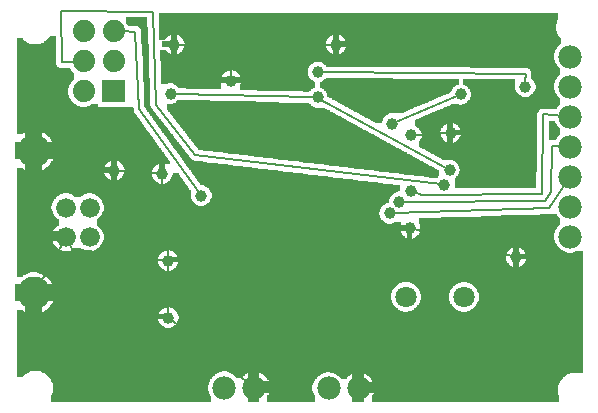
<source format=gbl>
G04 MADE WITH FRITZING*
G04 WWW.FRITZING.ORG*
G04 DOUBLE SIDED*
G04 HOLES PLATED*
G04 CONTOUR ON CENTER OF CONTOUR VECTOR*
%ASAXBY*%
%FSLAX23Y23*%
%MOIN*%
%OFA0B0*%
%SFA1.0B1.0*%
%ADD10C,0.074000*%
%ADD11C,0.070925*%
%ADD12C,0.070866*%
%ADD13C,0.039370*%
%ADD14C,0.066000*%
%ADD15C,0.110000*%
%ADD16C,0.078000*%
%ADD17C,0.075000*%
%ADD18C,0.008000*%
%ADD19R,0.001000X0.001000*%
%LNCOPPER0*%
G90*
G70*
G54D10*
X363Y1077D03*
X263Y1077D03*
X363Y1177D03*
X263Y1177D03*
X363Y1277D03*
X263Y1277D03*
G54D11*
X1338Y392D03*
G54D12*
X1531Y392D03*
G54D13*
X1353Y745D03*
X1316Y709D03*
X1283Y671D03*
G54D14*
X283Y592D03*
X283Y690D03*
X205Y690D03*
X205Y592D03*
G54D15*
X98Y404D03*
X98Y878D03*
G54D16*
X1885Y1193D03*
X1885Y1093D03*
X1885Y993D03*
X1885Y893D03*
X1885Y793D03*
X1885Y693D03*
X1885Y593D03*
X832Y90D03*
X732Y90D03*
G54D13*
X656Y730D03*
G54D17*
X1191Y1067D03*
X655Y979D03*
X1185Y1279D03*
X106Y1166D03*
G54D13*
X1736Y1092D03*
X1044Y1142D03*
X1483Y816D03*
X1466Y766D03*
X1043Y1057D03*
X553Y1069D03*
X1520Y1067D03*
X1292Y970D03*
X545Y513D03*
X545Y323D03*
X525Y803D03*
X755Y1113D03*
X565Y1233D03*
X365Y813D03*
X1105Y1233D03*
X1352Y621D03*
X1705Y524D03*
X1487Y939D03*
X1356Y931D03*
G54D16*
X1180Y88D03*
X1080Y88D03*
G54D18*
X1796Y1001D02*
X1861Y995D01*
D02*
X1791Y736D02*
X1796Y1001D01*
D02*
X1366Y741D02*
X1391Y733D01*
D02*
X1802Y713D02*
X1821Y741D01*
D02*
X1330Y709D02*
X1802Y713D01*
D02*
X1814Y687D02*
X1872Y773D01*
D02*
X1296Y671D02*
X1814Y687D01*
D02*
X448Y1018D02*
X645Y745D01*
D02*
X436Y1276D02*
X448Y1018D01*
D02*
X394Y1277D02*
X436Y1276D01*
D02*
X1737Y1136D02*
X1736Y1111D01*
D02*
X1063Y1142D02*
X1737Y1136D01*
D02*
X1471Y823D02*
X1055Y1050D01*
D02*
X636Y865D02*
X1453Y767D01*
D02*
X505Y1033D02*
X636Y865D01*
D02*
X190Y1174D02*
X188Y1346D01*
D02*
X188Y1346D02*
X494Y1343D01*
D02*
X232Y1176D02*
X190Y1174D01*
D02*
X494Y1343D02*
X505Y1033D01*
D02*
X1024Y1057D02*
X571Y1069D01*
D02*
X1304Y976D02*
X1508Y1062D01*
D02*
X545Y500D02*
X545Y336D01*
D02*
X526Y790D02*
X544Y526D01*
D02*
X755Y1126D02*
X755Y1233D01*
X755Y1233D02*
X578Y1233D01*
D02*
X378Y812D02*
X512Y804D01*
D02*
X216Y571D02*
X225Y553D01*
X225Y553D02*
X545Y513D01*
D02*
X123Y448D02*
X193Y571D01*
D02*
X1092Y1233D02*
X755Y1233D01*
D02*
X560Y311D02*
X809Y109D01*
D02*
X1365Y617D02*
X1692Y528D01*
D02*
X1369Y932D02*
X1474Y938D01*
D02*
X1824Y896D02*
X1861Y894D01*
D02*
X1821Y741D02*
X1824Y896D01*
D02*
X1391Y733D02*
X1791Y736D01*
G36*
X404Y1324D02*
X404Y1304D01*
X406Y1304D01*
X406Y1302D01*
X408Y1302D01*
X408Y1298D01*
X410Y1298D01*
X410Y1296D01*
X440Y1296D01*
X440Y1294D01*
X446Y1294D01*
X446Y1292D01*
X448Y1292D01*
X448Y1290D01*
X450Y1290D01*
X450Y1288D01*
X452Y1288D01*
X452Y1286D01*
X454Y1286D01*
X454Y1278D01*
X456Y1278D01*
X456Y1236D01*
X458Y1236D01*
X458Y1194D01*
X460Y1194D01*
X460Y1150D01*
X462Y1150D01*
X462Y1108D01*
X464Y1108D01*
X464Y1066D01*
X484Y1066D01*
X484Y1122D01*
X482Y1122D01*
X482Y1178D01*
X480Y1178D01*
X480Y1236D01*
X478Y1236D01*
X478Y1292D01*
X476Y1292D01*
X476Y1324D01*
X404Y1324D01*
G37*
D02*
G36*
X1070Y1122D02*
X1070Y1120D01*
X1068Y1120D01*
X1068Y1118D01*
X1066Y1118D01*
X1066Y1116D01*
X1064Y1116D01*
X1064Y1114D01*
X1060Y1114D01*
X1060Y1112D01*
X1058Y1112D01*
X1058Y1110D01*
X1052Y1110D01*
X1052Y1090D01*
X1054Y1090D01*
X1054Y1088D01*
X1058Y1088D01*
X1058Y1086D01*
X1060Y1086D01*
X1060Y1084D01*
X1064Y1084D01*
X1064Y1082D01*
X1066Y1082D01*
X1066Y1080D01*
X1068Y1080D01*
X1068Y1078D01*
X1070Y1078D01*
X1070Y1074D01*
X1072Y1074D01*
X1072Y1072D01*
X1074Y1072D01*
X1074Y1068D01*
X1076Y1068D01*
X1076Y1060D01*
X1078Y1060D01*
X1078Y1058D01*
X1082Y1058D01*
X1082Y1056D01*
X1086Y1056D01*
X1086Y1054D01*
X1090Y1054D01*
X1090Y1052D01*
X1092Y1052D01*
X1092Y1050D01*
X1096Y1050D01*
X1096Y1048D01*
X1100Y1048D01*
X1100Y1046D01*
X1104Y1046D01*
X1104Y1044D01*
X1108Y1044D01*
X1108Y1042D01*
X1112Y1042D01*
X1112Y1040D01*
X1114Y1040D01*
X1114Y1038D01*
X1118Y1038D01*
X1118Y1036D01*
X1122Y1036D01*
X1122Y1034D01*
X1126Y1034D01*
X1126Y1032D01*
X1130Y1032D01*
X1130Y1030D01*
X1134Y1030D01*
X1134Y1028D01*
X1136Y1028D01*
X1136Y1026D01*
X1140Y1026D01*
X1140Y1024D01*
X1144Y1024D01*
X1144Y1022D01*
X1148Y1022D01*
X1148Y1020D01*
X1152Y1020D01*
X1152Y1018D01*
X1156Y1018D01*
X1156Y1016D01*
X1158Y1016D01*
X1158Y1014D01*
X1162Y1014D01*
X1162Y1012D01*
X1166Y1012D01*
X1166Y1010D01*
X1170Y1010D01*
X1170Y1008D01*
X1174Y1008D01*
X1174Y1006D01*
X1294Y1006D01*
X1294Y1004D01*
X1324Y1004D01*
X1324Y1006D01*
X1330Y1006D01*
X1330Y1008D01*
X1334Y1008D01*
X1334Y1010D01*
X1338Y1010D01*
X1338Y1012D01*
X1344Y1012D01*
X1344Y1014D01*
X1348Y1014D01*
X1348Y1016D01*
X1352Y1016D01*
X1352Y1018D01*
X1358Y1018D01*
X1358Y1020D01*
X1362Y1020D01*
X1362Y1022D01*
X1366Y1022D01*
X1366Y1024D01*
X1372Y1024D01*
X1372Y1026D01*
X1376Y1026D01*
X1376Y1028D01*
X1380Y1028D01*
X1380Y1030D01*
X1386Y1030D01*
X1386Y1032D01*
X1390Y1032D01*
X1390Y1034D01*
X1396Y1034D01*
X1396Y1036D01*
X1400Y1036D01*
X1400Y1038D01*
X1404Y1038D01*
X1404Y1040D01*
X1410Y1040D01*
X1410Y1042D01*
X1414Y1042D01*
X1414Y1044D01*
X1418Y1044D01*
X1418Y1046D01*
X1424Y1046D01*
X1424Y1048D01*
X1428Y1048D01*
X1428Y1050D01*
X1432Y1050D01*
X1432Y1052D01*
X1438Y1052D01*
X1438Y1054D01*
X1442Y1054D01*
X1442Y1056D01*
X1446Y1056D01*
X1446Y1058D01*
X1452Y1058D01*
X1452Y1060D01*
X1456Y1060D01*
X1456Y1062D01*
X1462Y1062D01*
X1462Y1064D01*
X1466Y1064D01*
X1466Y1066D01*
X1470Y1066D01*
X1470Y1068D01*
X1476Y1068D01*
X1476Y1070D01*
X1480Y1070D01*
X1480Y1072D01*
X1484Y1072D01*
X1484Y1074D01*
X1486Y1074D01*
X1486Y1076D01*
X1488Y1076D01*
X1488Y1080D01*
X1490Y1080D01*
X1490Y1084D01*
X1492Y1084D01*
X1492Y1086D01*
X1494Y1086D01*
X1494Y1090D01*
X1496Y1090D01*
X1496Y1092D01*
X1500Y1092D01*
X1500Y1094D01*
X1502Y1094D01*
X1502Y1096D01*
X1504Y1096D01*
X1504Y1098D01*
X1508Y1098D01*
X1508Y1100D01*
X1514Y1100D01*
X1514Y1120D01*
X1296Y1120D01*
X1296Y1122D01*
X1070Y1122D01*
G37*
D02*
G36*
X1176Y1006D02*
X1176Y1004D01*
X1180Y1004D01*
X1180Y1002D01*
X1184Y1002D01*
X1184Y1000D01*
X1188Y1000D01*
X1188Y998D01*
X1192Y998D01*
X1192Y996D01*
X1196Y996D01*
X1196Y994D01*
X1198Y994D01*
X1198Y992D01*
X1202Y992D01*
X1202Y990D01*
X1206Y990D01*
X1206Y988D01*
X1210Y988D01*
X1210Y986D01*
X1214Y986D01*
X1214Y984D01*
X1218Y984D01*
X1218Y982D01*
X1220Y982D01*
X1220Y980D01*
X1224Y980D01*
X1224Y978D01*
X1228Y978D01*
X1228Y976D01*
X1232Y976D01*
X1232Y974D01*
X1236Y974D01*
X1236Y972D01*
X1258Y972D01*
X1258Y980D01*
X1260Y980D01*
X1260Y984D01*
X1262Y984D01*
X1262Y988D01*
X1264Y988D01*
X1264Y990D01*
X1266Y990D01*
X1266Y992D01*
X1268Y992D01*
X1268Y994D01*
X1270Y994D01*
X1270Y996D01*
X1272Y996D01*
X1272Y998D01*
X1274Y998D01*
X1274Y1000D01*
X1278Y1000D01*
X1278Y1002D01*
X1282Y1002D01*
X1282Y1004D01*
X1288Y1004D01*
X1288Y1006D01*
X1176Y1006D01*
G37*
D02*
G36*
X578Y1050D02*
X578Y1048D01*
X576Y1048D01*
X576Y1046D01*
X574Y1046D01*
X574Y1044D01*
X572Y1044D01*
X572Y1042D01*
X570Y1042D01*
X570Y1040D01*
X566Y1040D01*
X566Y1038D01*
X562Y1038D01*
X562Y1036D01*
X556Y1036D01*
X556Y1034D01*
X540Y1034D01*
X540Y1018D01*
X542Y1018D01*
X542Y1016D01*
X544Y1016D01*
X544Y1012D01*
X546Y1012D01*
X546Y1010D01*
X548Y1010D01*
X548Y1008D01*
X550Y1008D01*
X550Y1004D01*
X552Y1004D01*
X552Y1002D01*
X554Y1002D01*
X554Y1000D01*
X556Y1000D01*
X556Y998D01*
X558Y998D01*
X558Y994D01*
X560Y994D01*
X560Y992D01*
X562Y992D01*
X562Y990D01*
X564Y990D01*
X564Y988D01*
X566Y988D01*
X566Y984D01*
X568Y984D01*
X568Y982D01*
X570Y982D01*
X570Y980D01*
X572Y980D01*
X572Y976D01*
X574Y976D01*
X574Y974D01*
X576Y974D01*
X576Y972D01*
X578Y972D01*
X578Y970D01*
X580Y970D01*
X580Y966D01*
X582Y966D01*
X582Y964D01*
X584Y964D01*
X584Y962D01*
X586Y962D01*
X586Y958D01*
X588Y958D01*
X588Y956D01*
X590Y956D01*
X590Y954D01*
X592Y954D01*
X592Y952D01*
X594Y952D01*
X594Y948D01*
X596Y948D01*
X596Y946D01*
X598Y946D01*
X598Y944D01*
X600Y944D01*
X600Y942D01*
X602Y942D01*
X602Y938D01*
X604Y938D01*
X604Y936D01*
X606Y936D01*
X606Y934D01*
X608Y934D01*
X608Y930D01*
X610Y930D01*
X610Y928D01*
X612Y928D01*
X612Y926D01*
X614Y926D01*
X614Y924D01*
X616Y924D01*
X616Y920D01*
X618Y920D01*
X618Y918D01*
X620Y918D01*
X620Y916D01*
X622Y916D01*
X622Y912D01*
X624Y912D01*
X624Y910D01*
X626Y910D01*
X626Y908D01*
X628Y908D01*
X628Y906D01*
X630Y906D01*
X630Y902D01*
X632Y902D01*
X632Y900D01*
X634Y900D01*
X634Y898D01*
X636Y898D01*
X636Y896D01*
X638Y896D01*
X638Y892D01*
X640Y892D01*
X640Y890D01*
X642Y890D01*
X642Y888D01*
X644Y888D01*
X644Y884D01*
X646Y884D01*
X646Y882D01*
X662Y882D01*
X662Y880D01*
X678Y880D01*
X678Y878D01*
X696Y878D01*
X696Y876D01*
X712Y876D01*
X712Y874D01*
X728Y874D01*
X728Y872D01*
X746Y872D01*
X746Y870D01*
X762Y870D01*
X762Y868D01*
X780Y868D01*
X780Y866D01*
X796Y866D01*
X796Y864D01*
X812Y864D01*
X812Y862D01*
X830Y862D01*
X830Y860D01*
X846Y860D01*
X846Y858D01*
X862Y858D01*
X862Y856D01*
X880Y856D01*
X880Y854D01*
X896Y854D01*
X896Y852D01*
X912Y852D01*
X912Y850D01*
X930Y850D01*
X930Y848D01*
X946Y848D01*
X946Y846D01*
X962Y846D01*
X962Y844D01*
X980Y844D01*
X980Y842D01*
X996Y842D01*
X996Y840D01*
X1014Y840D01*
X1014Y838D01*
X1030Y838D01*
X1030Y836D01*
X1046Y836D01*
X1046Y834D01*
X1064Y834D01*
X1064Y832D01*
X1080Y832D01*
X1080Y830D01*
X1096Y830D01*
X1096Y828D01*
X1114Y828D01*
X1114Y826D01*
X1130Y826D01*
X1130Y824D01*
X1146Y824D01*
X1146Y822D01*
X1164Y822D01*
X1164Y820D01*
X1180Y820D01*
X1180Y818D01*
X1198Y818D01*
X1198Y816D01*
X1214Y816D01*
X1214Y814D01*
X1230Y814D01*
X1230Y812D01*
X1248Y812D01*
X1248Y810D01*
X1264Y810D01*
X1264Y808D01*
X1280Y808D01*
X1280Y806D01*
X1298Y806D01*
X1298Y804D01*
X1314Y804D01*
X1314Y802D01*
X1330Y802D01*
X1330Y800D01*
X1348Y800D01*
X1348Y798D01*
X1364Y798D01*
X1364Y796D01*
X1380Y796D01*
X1380Y794D01*
X1398Y794D01*
X1398Y792D01*
X1414Y792D01*
X1414Y790D01*
X1444Y790D01*
X1444Y792D01*
X1446Y792D01*
X1446Y794D01*
X1448Y794D01*
X1448Y814D01*
X1446Y814D01*
X1446Y816D01*
X1442Y816D01*
X1442Y818D01*
X1438Y818D01*
X1438Y820D01*
X1434Y820D01*
X1434Y822D01*
X1430Y822D01*
X1430Y824D01*
X1426Y824D01*
X1426Y826D01*
X1424Y826D01*
X1424Y828D01*
X1420Y828D01*
X1420Y830D01*
X1416Y830D01*
X1416Y832D01*
X1412Y832D01*
X1412Y834D01*
X1408Y834D01*
X1408Y836D01*
X1404Y836D01*
X1404Y838D01*
X1402Y838D01*
X1402Y840D01*
X1398Y840D01*
X1398Y842D01*
X1394Y842D01*
X1394Y844D01*
X1390Y844D01*
X1390Y846D01*
X1386Y846D01*
X1386Y848D01*
X1384Y848D01*
X1384Y850D01*
X1380Y850D01*
X1380Y852D01*
X1376Y852D01*
X1376Y854D01*
X1372Y854D01*
X1372Y856D01*
X1368Y856D01*
X1368Y858D01*
X1364Y858D01*
X1364Y860D01*
X1362Y860D01*
X1362Y862D01*
X1358Y862D01*
X1358Y864D01*
X1354Y864D01*
X1354Y866D01*
X1350Y866D01*
X1350Y868D01*
X1346Y868D01*
X1346Y870D01*
X1342Y870D01*
X1342Y872D01*
X1340Y872D01*
X1340Y874D01*
X1336Y874D01*
X1336Y876D01*
X1332Y876D01*
X1332Y878D01*
X1328Y878D01*
X1328Y880D01*
X1324Y880D01*
X1324Y882D01*
X1320Y882D01*
X1320Y884D01*
X1318Y884D01*
X1318Y886D01*
X1314Y886D01*
X1314Y888D01*
X1310Y888D01*
X1310Y890D01*
X1306Y890D01*
X1306Y892D01*
X1302Y892D01*
X1302Y894D01*
X1298Y894D01*
X1298Y896D01*
X1296Y896D01*
X1296Y898D01*
X1292Y898D01*
X1292Y900D01*
X1288Y900D01*
X1288Y902D01*
X1284Y902D01*
X1284Y904D01*
X1280Y904D01*
X1280Y906D01*
X1276Y906D01*
X1276Y908D01*
X1274Y908D01*
X1274Y910D01*
X1270Y910D01*
X1270Y912D01*
X1266Y912D01*
X1266Y914D01*
X1262Y914D01*
X1262Y916D01*
X1258Y916D01*
X1258Y918D01*
X1256Y918D01*
X1256Y920D01*
X1252Y920D01*
X1252Y922D01*
X1248Y922D01*
X1248Y924D01*
X1244Y924D01*
X1244Y926D01*
X1240Y926D01*
X1240Y928D01*
X1236Y928D01*
X1236Y930D01*
X1234Y930D01*
X1234Y932D01*
X1230Y932D01*
X1230Y934D01*
X1226Y934D01*
X1226Y936D01*
X1222Y936D01*
X1222Y938D01*
X1218Y938D01*
X1218Y940D01*
X1214Y940D01*
X1214Y942D01*
X1212Y942D01*
X1212Y944D01*
X1208Y944D01*
X1208Y946D01*
X1204Y946D01*
X1204Y948D01*
X1200Y948D01*
X1200Y950D01*
X1196Y950D01*
X1196Y952D01*
X1192Y952D01*
X1192Y954D01*
X1190Y954D01*
X1190Y956D01*
X1186Y956D01*
X1186Y958D01*
X1182Y958D01*
X1182Y960D01*
X1178Y960D01*
X1178Y962D01*
X1174Y962D01*
X1174Y964D01*
X1170Y964D01*
X1170Y966D01*
X1168Y966D01*
X1168Y968D01*
X1164Y968D01*
X1164Y970D01*
X1160Y970D01*
X1160Y972D01*
X1156Y972D01*
X1156Y974D01*
X1152Y974D01*
X1152Y976D01*
X1148Y976D01*
X1148Y978D01*
X1146Y978D01*
X1146Y980D01*
X1142Y980D01*
X1142Y982D01*
X1138Y982D01*
X1138Y984D01*
X1134Y984D01*
X1134Y986D01*
X1130Y986D01*
X1130Y988D01*
X1128Y988D01*
X1128Y990D01*
X1124Y990D01*
X1124Y992D01*
X1120Y992D01*
X1120Y994D01*
X1116Y994D01*
X1116Y996D01*
X1112Y996D01*
X1112Y998D01*
X1108Y998D01*
X1108Y1000D01*
X1106Y1000D01*
X1106Y1002D01*
X1102Y1002D01*
X1102Y1004D01*
X1098Y1004D01*
X1098Y1006D01*
X1094Y1006D01*
X1094Y1008D01*
X1090Y1008D01*
X1090Y1010D01*
X1086Y1010D01*
X1086Y1012D01*
X1084Y1012D01*
X1084Y1014D01*
X1080Y1014D01*
X1080Y1016D01*
X1076Y1016D01*
X1076Y1018D01*
X1072Y1018D01*
X1072Y1020D01*
X1068Y1020D01*
X1068Y1022D01*
X1036Y1022D01*
X1036Y1024D01*
X1030Y1024D01*
X1030Y1026D01*
X1028Y1026D01*
X1028Y1028D01*
X1024Y1028D01*
X1024Y1030D01*
X1022Y1030D01*
X1022Y1032D01*
X1020Y1032D01*
X1020Y1034D01*
X1018Y1034D01*
X1018Y1036D01*
X1016Y1036D01*
X1016Y1038D01*
X992Y1038D01*
X992Y1040D01*
X916Y1040D01*
X916Y1042D01*
X838Y1042D01*
X838Y1044D01*
X760Y1044D01*
X760Y1046D01*
X684Y1046D01*
X684Y1048D01*
X606Y1048D01*
X606Y1050D01*
X578Y1050D01*
G37*
D02*
G36*
X514Y1338D02*
X514Y1294D01*
X516Y1294D01*
X516Y1268D01*
X1110Y1268D01*
X1110Y1266D01*
X1116Y1266D01*
X1116Y1264D01*
X1120Y1264D01*
X1120Y1262D01*
X1124Y1262D01*
X1124Y1260D01*
X1126Y1260D01*
X1126Y1258D01*
X1128Y1258D01*
X1128Y1256D01*
X1130Y1256D01*
X1130Y1254D01*
X1132Y1254D01*
X1132Y1252D01*
X1134Y1252D01*
X1134Y1248D01*
X1136Y1248D01*
X1136Y1244D01*
X1138Y1244D01*
X1138Y1238D01*
X1140Y1238D01*
X1140Y1228D01*
X1138Y1228D01*
X1138Y1222D01*
X1136Y1222D01*
X1136Y1218D01*
X1134Y1218D01*
X1134Y1214D01*
X1132Y1214D01*
X1132Y1212D01*
X1130Y1212D01*
X1130Y1210D01*
X1128Y1210D01*
X1128Y1208D01*
X1126Y1208D01*
X1126Y1206D01*
X1124Y1206D01*
X1124Y1204D01*
X1120Y1204D01*
X1120Y1202D01*
X1116Y1202D01*
X1116Y1200D01*
X1110Y1200D01*
X1110Y1198D01*
X1832Y1198D01*
X1832Y1206D01*
X1834Y1206D01*
X1834Y1210D01*
X1836Y1210D01*
X1836Y1216D01*
X1838Y1216D01*
X1838Y1218D01*
X1840Y1218D01*
X1840Y1222D01*
X1842Y1222D01*
X1842Y1224D01*
X1844Y1224D01*
X1844Y1226D01*
X1846Y1226D01*
X1846Y1228D01*
X1848Y1228D01*
X1848Y1232D01*
X1852Y1232D01*
X1852Y1234D01*
X1854Y1234D01*
X1854Y1254D01*
X1852Y1254D01*
X1852Y1256D01*
X1850Y1256D01*
X1850Y1260D01*
X1848Y1260D01*
X1848Y1262D01*
X1846Y1262D01*
X1846Y1266D01*
X1844Y1266D01*
X1844Y1270D01*
X1842Y1270D01*
X1842Y1274D01*
X1840Y1274D01*
X1840Y1280D01*
X1838Y1280D01*
X1838Y1302D01*
X1840Y1302D01*
X1840Y1310D01*
X1842Y1310D01*
X1842Y1314D01*
X1844Y1314D01*
X1844Y1318D01*
X1846Y1318D01*
X1846Y1338D01*
X514Y1338D01*
G37*
D02*
G36*
X516Y1268D02*
X516Y1248D01*
X536Y1248D01*
X536Y1252D01*
X538Y1252D01*
X538Y1254D01*
X540Y1254D01*
X540Y1256D01*
X542Y1256D01*
X542Y1258D01*
X544Y1258D01*
X544Y1260D01*
X546Y1260D01*
X546Y1262D01*
X550Y1262D01*
X550Y1264D01*
X554Y1264D01*
X554Y1266D01*
X560Y1266D01*
X560Y1268D01*
X516Y1268D01*
G37*
D02*
G36*
X570Y1268D02*
X570Y1266D01*
X576Y1266D01*
X576Y1264D01*
X580Y1264D01*
X580Y1262D01*
X584Y1262D01*
X584Y1260D01*
X586Y1260D01*
X586Y1258D01*
X588Y1258D01*
X588Y1256D01*
X590Y1256D01*
X590Y1254D01*
X592Y1254D01*
X592Y1252D01*
X594Y1252D01*
X594Y1248D01*
X596Y1248D01*
X596Y1244D01*
X598Y1244D01*
X598Y1238D01*
X600Y1238D01*
X600Y1228D01*
X598Y1228D01*
X598Y1222D01*
X596Y1222D01*
X596Y1218D01*
X594Y1218D01*
X594Y1214D01*
X592Y1214D01*
X592Y1212D01*
X590Y1212D01*
X590Y1210D01*
X588Y1210D01*
X588Y1208D01*
X586Y1208D01*
X586Y1206D01*
X584Y1206D01*
X584Y1204D01*
X580Y1204D01*
X580Y1202D01*
X576Y1202D01*
X576Y1200D01*
X570Y1200D01*
X570Y1198D01*
X1100Y1198D01*
X1100Y1200D01*
X1094Y1200D01*
X1094Y1202D01*
X1090Y1202D01*
X1090Y1204D01*
X1086Y1204D01*
X1086Y1206D01*
X1084Y1206D01*
X1084Y1208D01*
X1082Y1208D01*
X1082Y1210D01*
X1080Y1210D01*
X1080Y1212D01*
X1078Y1212D01*
X1078Y1214D01*
X1076Y1214D01*
X1076Y1218D01*
X1074Y1218D01*
X1074Y1222D01*
X1072Y1222D01*
X1072Y1228D01*
X1070Y1228D01*
X1070Y1238D01*
X1072Y1238D01*
X1072Y1244D01*
X1074Y1244D01*
X1074Y1248D01*
X1076Y1248D01*
X1076Y1252D01*
X1078Y1252D01*
X1078Y1254D01*
X1080Y1254D01*
X1080Y1256D01*
X1082Y1256D01*
X1082Y1258D01*
X1084Y1258D01*
X1084Y1260D01*
X1086Y1260D01*
X1086Y1262D01*
X1090Y1262D01*
X1090Y1264D01*
X1094Y1264D01*
X1094Y1266D01*
X1100Y1266D01*
X1100Y1268D01*
X570Y1268D01*
G37*
D02*
G36*
X518Y1214D02*
X518Y1198D01*
X560Y1198D01*
X560Y1200D01*
X554Y1200D01*
X554Y1202D01*
X550Y1202D01*
X550Y1204D01*
X546Y1204D01*
X546Y1206D01*
X544Y1206D01*
X544Y1208D01*
X542Y1208D01*
X542Y1210D01*
X540Y1210D01*
X540Y1212D01*
X538Y1212D01*
X538Y1214D01*
X518Y1214D01*
G37*
D02*
G36*
X518Y1198D02*
X518Y1196D01*
X1832Y1196D01*
X1832Y1198D01*
X518Y1198D01*
G37*
D02*
G36*
X518Y1198D02*
X518Y1196D01*
X1832Y1196D01*
X1832Y1198D01*
X518Y1198D01*
G37*
D02*
G36*
X518Y1198D02*
X518Y1196D01*
X1832Y1196D01*
X1832Y1198D01*
X518Y1198D01*
G37*
D02*
G36*
X518Y1196D02*
X518Y1180D01*
X520Y1180D01*
X520Y1176D01*
X1052Y1176D01*
X1052Y1174D01*
X1058Y1174D01*
X1058Y1172D01*
X1060Y1172D01*
X1060Y1170D01*
X1064Y1170D01*
X1064Y1168D01*
X1066Y1168D01*
X1066Y1166D01*
X1068Y1166D01*
X1068Y1164D01*
X1070Y1164D01*
X1070Y1162D01*
X1072Y1162D01*
X1072Y1160D01*
X1296Y1160D01*
X1296Y1158D01*
X1550Y1158D01*
X1550Y1156D01*
X1742Y1156D01*
X1742Y1154D01*
X1746Y1154D01*
X1746Y1152D01*
X1750Y1152D01*
X1750Y1150D01*
X1752Y1150D01*
X1752Y1146D01*
X1754Y1146D01*
X1754Y1142D01*
X1756Y1142D01*
X1756Y1118D01*
X1758Y1118D01*
X1758Y1116D01*
X1760Y1116D01*
X1760Y1114D01*
X1762Y1114D01*
X1762Y1112D01*
X1764Y1112D01*
X1764Y1108D01*
X1766Y1108D01*
X1766Y1106D01*
X1768Y1106D01*
X1768Y1100D01*
X1770Y1100D01*
X1770Y1084D01*
X1768Y1084D01*
X1768Y1080D01*
X1766Y1080D01*
X1766Y1076D01*
X1764Y1076D01*
X1764Y1074D01*
X1762Y1074D01*
X1762Y1072D01*
X1760Y1072D01*
X1760Y1068D01*
X1756Y1068D01*
X1756Y1066D01*
X1754Y1066D01*
X1754Y1064D01*
X1752Y1064D01*
X1752Y1062D01*
X1748Y1062D01*
X1748Y1060D01*
X1744Y1060D01*
X1744Y1058D01*
X1846Y1058D01*
X1846Y1060D01*
X1844Y1060D01*
X1844Y1062D01*
X1842Y1062D01*
X1842Y1066D01*
X1840Y1066D01*
X1840Y1068D01*
X1838Y1068D01*
X1838Y1072D01*
X1836Y1072D01*
X1836Y1076D01*
X1834Y1076D01*
X1834Y1082D01*
X1832Y1082D01*
X1832Y1106D01*
X1834Y1106D01*
X1834Y1110D01*
X1836Y1110D01*
X1836Y1116D01*
X1838Y1116D01*
X1838Y1118D01*
X1840Y1118D01*
X1840Y1122D01*
X1842Y1122D01*
X1842Y1124D01*
X1844Y1124D01*
X1844Y1126D01*
X1846Y1126D01*
X1846Y1128D01*
X1848Y1128D01*
X1848Y1132D01*
X1852Y1132D01*
X1852Y1154D01*
X1850Y1154D01*
X1850Y1156D01*
X1848Y1156D01*
X1848Y1158D01*
X1846Y1158D01*
X1846Y1160D01*
X1844Y1160D01*
X1844Y1162D01*
X1842Y1162D01*
X1842Y1166D01*
X1840Y1166D01*
X1840Y1168D01*
X1838Y1168D01*
X1838Y1172D01*
X1836Y1172D01*
X1836Y1176D01*
X1834Y1176D01*
X1834Y1182D01*
X1832Y1182D01*
X1832Y1196D01*
X518Y1196D01*
G37*
D02*
G36*
X520Y1176D02*
X520Y1148D01*
X760Y1148D01*
X760Y1146D01*
X766Y1146D01*
X766Y1144D01*
X770Y1144D01*
X770Y1142D01*
X774Y1142D01*
X774Y1140D01*
X776Y1140D01*
X776Y1138D01*
X778Y1138D01*
X778Y1136D01*
X780Y1136D01*
X780Y1134D01*
X782Y1134D01*
X782Y1132D01*
X784Y1132D01*
X784Y1128D01*
X786Y1128D01*
X786Y1124D01*
X788Y1124D01*
X788Y1118D01*
X790Y1118D01*
X790Y1108D01*
X788Y1108D01*
X788Y1102D01*
X786Y1102D01*
X786Y1082D01*
X840Y1082D01*
X840Y1080D01*
X916Y1080D01*
X916Y1078D01*
X994Y1078D01*
X994Y1076D01*
X1016Y1076D01*
X1016Y1078D01*
X1018Y1078D01*
X1018Y1080D01*
X1020Y1080D01*
X1020Y1082D01*
X1022Y1082D01*
X1022Y1084D01*
X1024Y1084D01*
X1024Y1086D01*
X1028Y1086D01*
X1028Y1088D01*
X1032Y1088D01*
X1032Y1090D01*
X1036Y1090D01*
X1036Y1110D01*
X1030Y1110D01*
X1030Y1112D01*
X1028Y1112D01*
X1028Y1114D01*
X1024Y1114D01*
X1024Y1116D01*
X1022Y1116D01*
X1022Y1118D01*
X1020Y1118D01*
X1020Y1120D01*
X1018Y1120D01*
X1018Y1122D01*
X1016Y1122D01*
X1016Y1126D01*
X1014Y1126D01*
X1014Y1128D01*
X1012Y1128D01*
X1012Y1134D01*
X1010Y1134D01*
X1010Y1150D01*
X1012Y1150D01*
X1012Y1156D01*
X1014Y1156D01*
X1014Y1158D01*
X1016Y1158D01*
X1016Y1162D01*
X1018Y1162D01*
X1018Y1164D01*
X1020Y1164D01*
X1020Y1166D01*
X1022Y1166D01*
X1022Y1168D01*
X1024Y1168D01*
X1024Y1170D01*
X1028Y1170D01*
X1028Y1172D01*
X1030Y1172D01*
X1030Y1174D01*
X1036Y1174D01*
X1036Y1176D01*
X520Y1176D01*
G37*
D02*
G36*
X520Y1148D02*
X520Y1122D01*
X522Y1122D01*
X522Y1104D01*
X560Y1104D01*
X560Y1102D01*
X564Y1102D01*
X564Y1100D01*
X568Y1100D01*
X568Y1098D01*
X572Y1098D01*
X572Y1096D01*
X574Y1096D01*
X574Y1094D01*
X576Y1094D01*
X576Y1092D01*
X578Y1092D01*
X578Y1090D01*
X580Y1090D01*
X580Y1088D01*
X606Y1088D01*
X606Y1086D01*
X684Y1086D01*
X684Y1084D01*
X722Y1084D01*
X722Y1108D01*
X720Y1108D01*
X720Y1118D01*
X722Y1118D01*
X722Y1124D01*
X724Y1124D01*
X724Y1128D01*
X726Y1128D01*
X726Y1132D01*
X728Y1132D01*
X728Y1134D01*
X730Y1134D01*
X730Y1136D01*
X732Y1136D01*
X732Y1138D01*
X734Y1138D01*
X734Y1140D01*
X736Y1140D01*
X736Y1142D01*
X740Y1142D01*
X740Y1144D01*
X744Y1144D01*
X744Y1146D01*
X750Y1146D01*
X750Y1148D01*
X520Y1148D01*
G37*
D02*
G36*
X1528Y1120D02*
X1528Y1100D01*
X1532Y1100D01*
X1532Y1098D01*
X1536Y1098D01*
X1536Y1096D01*
X1538Y1096D01*
X1538Y1094D01*
X1542Y1094D01*
X1542Y1092D01*
X1544Y1092D01*
X1544Y1090D01*
X1546Y1090D01*
X1546Y1086D01*
X1548Y1086D01*
X1548Y1084D01*
X1550Y1084D01*
X1550Y1080D01*
X1552Y1080D01*
X1552Y1076D01*
X1554Y1076D01*
X1554Y1058D01*
X1728Y1058D01*
X1728Y1060D01*
X1724Y1060D01*
X1724Y1062D01*
X1720Y1062D01*
X1720Y1064D01*
X1716Y1064D01*
X1716Y1066D01*
X1714Y1066D01*
X1714Y1068D01*
X1712Y1068D01*
X1712Y1070D01*
X1710Y1070D01*
X1710Y1072D01*
X1708Y1072D01*
X1708Y1076D01*
X1706Y1076D01*
X1706Y1078D01*
X1704Y1078D01*
X1704Y1082D01*
X1702Y1082D01*
X1702Y1118D01*
X1548Y1118D01*
X1548Y1120D01*
X1528Y1120D01*
G37*
D02*
G36*
X522Y1104D02*
X522Y1102D01*
X546Y1102D01*
X546Y1104D01*
X522Y1104D01*
G37*
D02*
G36*
X1552Y1058D02*
X1552Y1056D01*
X1848Y1056D01*
X1848Y1058D01*
X1552Y1058D01*
G37*
D02*
G36*
X1552Y1058D02*
X1552Y1056D01*
X1848Y1056D01*
X1848Y1058D01*
X1552Y1058D01*
G37*
D02*
G36*
X1552Y1056D02*
X1552Y1054D01*
X1550Y1054D01*
X1550Y1050D01*
X1548Y1050D01*
X1548Y1048D01*
X1546Y1048D01*
X1546Y1046D01*
X1544Y1046D01*
X1544Y1044D01*
X1542Y1044D01*
X1542Y1042D01*
X1540Y1042D01*
X1540Y1040D01*
X1538Y1040D01*
X1538Y1038D01*
X1534Y1038D01*
X1534Y1036D01*
X1530Y1036D01*
X1530Y1034D01*
X1524Y1034D01*
X1524Y1032D01*
X1852Y1032D01*
X1852Y1054D01*
X1850Y1054D01*
X1850Y1056D01*
X1552Y1056D01*
G37*
D02*
G36*
X1488Y1034D02*
X1488Y1032D01*
X1516Y1032D01*
X1516Y1034D01*
X1488Y1034D01*
G37*
D02*
G36*
X1484Y1032D02*
X1484Y1030D01*
X1848Y1030D01*
X1848Y1032D01*
X1484Y1032D01*
G37*
D02*
G36*
X1484Y1032D02*
X1484Y1030D01*
X1848Y1030D01*
X1848Y1032D01*
X1484Y1032D01*
G37*
D02*
G36*
X1478Y1030D02*
X1478Y1028D01*
X1474Y1028D01*
X1474Y1026D01*
X1468Y1026D01*
X1468Y1024D01*
X1464Y1024D01*
X1464Y1022D01*
X1460Y1022D01*
X1460Y1020D01*
X1806Y1020D01*
X1806Y1018D01*
X1840Y1018D01*
X1840Y1022D01*
X1842Y1022D01*
X1842Y1024D01*
X1844Y1024D01*
X1844Y1026D01*
X1846Y1026D01*
X1846Y1028D01*
X1848Y1028D01*
X1848Y1030D01*
X1478Y1030D01*
G37*
D02*
G36*
X1454Y1020D02*
X1454Y1018D01*
X1450Y1018D01*
X1450Y1016D01*
X1446Y1016D01*
X1446Y1014D01*
X1440Y1014D01*
X1440Y1012D01*
X1436Y1012D01*
X1436Y1010D01*
X1432Y1010D01*
X1432Y1008D01*
X1426Y1008D01*
X1426Y1006D01*
X1422Y1006D01*
X1422Y1004D01*
X1418Y1004D01*
X1418Y1002D01*
X1412Y1002D01*
X1412Y1000D01*
X1408Y1000D01*
X1408Y998D01*
X1402Y998D01*
X1402Y996D01*
X1398Y996D01*
X1398Y994D01*
X1394Y994D01*
X1394Y992D01*
X1388Y992D01*
X1388Y990D01*
X1384Y990D01*
X1384Y988D01*
X1380Y988D01*
X1380Y986D01*
X1374Y986D01*
X1374Y984D01*
X1370Y984D01*
X1370Y982D01*
X1368Y982D01*
X1368Y974D01*
X1492Y974D01*
X1492Y972D01*
X1498Y972D01*
X1498Y970D01*
X1502Y970D01*
X1502Y968D01*
X1506Y968D01*
X1506Y966D01*
X1508Y966D01*
X1508Y964D01*
X1510Y964D01*
X1510Y962D01*
X1512Y962D01*
X1512Y960D01*
X1514Y960D01*
X1514Y958D01*
X1516Y958D01*
X1516Y954D01*
X1518Y954D01*
X1518Y950D01*
X1520Y950D01*
X1520Y946D01*
X1522Y946D01*
X1522Y932D01*
X1520Y932D01*
X1520Y928D01*
X1518Y928D01*
X1518Y924D01*
X1516Y924D01*
X1516Y920D01*
X1514Y920D01*
X1514Y918D01*
X1512Y918D01*
X1512Y916D01*
X1510Y916D01*
X1510Y914D01*
X1508Y914D01*
X1508Y912D01*
X1506Y912D01*
X1506Y910D01*
X1502Y910D01*
X1502Y908D01*
X1498Y908D01*
X1498Y906D01*
X1492Y906D01*
X1492Y904D01*
X1774Y904D01*
X1774Y918D01*
X1776Y918D01*
X1776Y1006D01*
X1778Y1006D01*
X1778Y1010D01*
X1780Y1010D01*
X1780Y1014D01*
X1782Y1014D01*
X1782Y1016D01*
X1786Y1016D01*
X1786Y1018D01*
X1790Y1018D01*
X1790Y1020D01*
X1454Y1020D01*
G37*
D02*
G36*
X1368Y974D02*
X1368Y962D01*
X1372Y962D01*
X1372Y960D01*
X1374Y960D01*
X1374Y958D01*
X1376Y958D01*
X1376Y956D01*
X1380Y956D01*
X1380Y952D01*
X1382Y952D01*
X1382Y950D01*
X1384Y950D01*
X1384Y948D01*
X1386Y948D01*
X1386Y944D01*
X1388Y944D01*
X1388Y940D01*
X1390Y940D01*
X1390Y922D01*
X1388Y922D01*
X1388Y918D01*
X1386Y918D01*
X1386Y914D01*
X1384Y914D01*
X1384Y912D01*
X1382Y912D01*
X1382Y904D01*
X1482Y904D01*
X1482Y906D01*
X1476Y906D01*
X1476Y908D01*
X1472Y908D01*
X1472Y910D01*
X1468Y910D01*
X1468Y912D01*
X1466Y912D01*
X1466Y914D01*
X1464Y914D01*
X1464Y916D01*
X1462Y916D01*
X1462Y918D01*
X1460Y918D01*
X1460Y922D01*
X1458Y922D01*
X1458Y924D01*
X1456Y924D01*
X1456Y928D01*
X1454Y928D01*
X1454Y934D01*
X1452Y934D01*
X1452Y944D01*
X1454Y944D01*
X1454Y950D01*
X1456Y950D01*
X1456Y954D01*
X1458Y954D01*
X1458Y956D01*
X1460Y956D01*
X1460Y960D01*
X1462Y960D01*
X1462Y962D01*
X1464Y962D01*
X1464Y964D01*
X1466Y964D01*
X1466Y966D01*
X1470Y966D01*
X1470Y968D01*
X1472Y968D01*
X1472Y970D01*
X1476Y970D01*
X1476Y972D01*
X1482Y972D01*
X1482Y974D01*
X1368Y974D01*
G37*
D02*
G36*
X1382Y904D02*
X1382Y902D01*
X1774Y902D01*
X1774Y904D01*
X1382Y904D01*
G37*
D02*
G36*
X1382Y904D02*
X1382Y902D01*
X1774Y902D01*
X1774Y904D01*
X1382Y904D01*
G37*
D02*
G36*
X1382Y902D02*
X1382Y892D01*
X1386Y892D01*
X1386Y890D01*
X1390Y890D01*
X1390Y888D01*
X1392Y888D01*
X1392Y886D01*
X1396Y886D01*
X1396Y884D01*
X1400Y884D01*
X1400Y882D01*
X1404Y882D01*
X1404Y880D01*
X1408Y880D01*
X1408Y878D01*
X1412Y878D01*
X1412Y876D01*
X1414Y876D01*
X1414Y874D01*
X1418Y874D01*
X1418Y872D01*
X1422Y872D01*
X1422Y870D01*
X1426Y870D01*
X1426Y868D01*
X1430Y868D01*
X1430Y866D01*
X1432Y866D01*
X1432Y864D01*
X1436Y864D01*
X1436Y862D01*
X1440Y862D01*
X1440Y860D01*
X1444Y860D01*
X1444Y858D01*
X1448Y858D01*
X1448Y856D01*
X1452Y856D01*
X1452Y854D01*
X1454Y854D01*
X1454Y852D01*
X1458Y852D01*
X1458Y850D01*
X1492Y850D01*
X1492Y848D01*
X1496Y848D01*
X1496Y846D01*
X1500Y846D01*
X1500Y844D01*
X1502Y844D01*
X1502Y842D01*
X1504Y842D01*
X1504Y840D01*
X1506Y840D01*
X1506Y838D01*
X1508Y838D01*
X1508Y836D01*
X1510Y836D01*
X1510Y834D01*
X1512Y834D01*
X1512Y830D01*
X1514Y830D01*
X1514Y826D01*
X1516Y826D01*
X1516Y820D01*
X1518Y820D01*
X1518Y812D01*
X1516Y812D01*
X1516Y806D01*
X1514Y806D01*
X1514Y802D01*
X1512Y802D01*
X1512Y798D01*
X1510Y798D01*
X1510Y796D01*
X1508Y796D01*
X1508Y794D01*
X1506Y794D01*
X1506Y792D01*
X1504Y792D01*
X1504Y790D01*
X1502Y790D01*
X1502Y788D01*
X1500Y788D01*
X1500Y754D01*
X1746Y754D01*
X1746Y756D01*
X1772Y756D01*
X1772Y808D01*
X1774Y808D01*
X1774Y902D01*
X1382Y902D01*
G37*
D02*
G36*
X1814Y978D02*
X1814Y914D01*
X1836Y914D01*
X1836Y916D01*
X1838Y916D01*
X1838Y918D01*
X1840Y918D01*
X1840Y922D01*
X1842Y922D01*
X1842Y924D01*
X1844Y924D01*
X1844Y926D01*
X1846Y926D01*
X1846Y928D01*
X1848Y928D01*
X1848Y932D01*
X1852Y932D01*
X1852Y954D01*
X1850Y954D01*
X1850Y956D01*
X1848Y956D01*
X1848Y958D01*
X1846Y958D01*
X1846Y960D01*
X1844Y960D01*
X1844Y962D01*
X1842Y962D01*
X1842Y966D01*
X1840Y966D01*
X1840Y968D01*
X1838Y968D01*
X1838Y972D01*
X1836Y972D01*
X1836Y976D01*
X1834Y976D01*
X1834Y978D01*
X1814Y978D01*
G37*
D02*
G36*
X150Y1262D02*
X150Y1258D01*
X148Y1258D01*
X148Y1256D01*
X146Y1256D01*
X146Y1254D01*
X144Y1254D01*
X144Y1252D01*
X142Y1252D01*
X142Y1250D01*
X140Y1250D01*
X140Y1248D01*
X138Y1248D01*
X138Y1246D01*
X136Y1246D01*
X136Y1244D01*
X132Y1244D01*
X132Y1242D01*
X130Y1242D01*
X130Y1240D01*
X126Y1240D01*
X126Y1238D01*
X122Y1238D01*
X122Y1236D01*
X116Y1236D01*
X116Y1234D01*
X170Y1234D01*
X170Y1262D01*
X150Y1262D01*
G37*
D02*
G36*
X40Y1254D02*
X40Y1234D01*
X88Y1234D01*
X88Y1236D01*
X82Y1236D01*
X82Y1238D01*
X78Y1238D01*
X78Y1240D01*
X74Y1240D01*
X74Y1242D01*
X72Y1242D01*
X72Y1244D01*
X68Y1244D01*
X68Y1246D01*
X66Y1246D01*
X66Y1248D01*
X64Y1248D01*
X64Y1250D01*
X62Y1250D01*
X62Y1252D01*
X60Y1252D01*
X60Y1254D01*
X40Y1254D01*
G37*
D02*
G36*
X40Y1234D02*
X40Y1232D01*
X170Y1232D01*
X170Y1234D01*
X40Y1234D01*
G37*
D02*
G36*
X40Y1234D02*
X40Y1232D01*
X170Y1232D01*
X170Y1234D01*
X40Y1234D01*
G37*
D02*
G36*
X40Y1232D02*
X40Y1026D01*
X250Y1026D01*
X250Y1028D01*
X246Y1028D01*
X246Y1030D01*
X242Y1030D01*
X242Y1032D01*
X238Y1032D01*
X238Y1034D01*
X234Y1034D01*
X234Y1036D01*
X232Y1036D01*
X232Y1038D01*
X230Y1038D01*
X230Y1040D01*
X228Y1040D01*
X228Y1042D01*
X226Y1042D01*
X226Y1044D01*
X224Y1044D01*
X224Y1046D01*
X222Y1046D01*
X222Y1048D01*
X220Y1048D01*
X220Y1052D01*
X218Y1052D01*
X218Y1054D01*
X216Y1054D01*
X216Y1058D01*
X214Y1058D01*
X214Y1064D01*
X212Y1064D01*
X212Y1072D01*
X210Y1072D01*
X210Y1082D01*
X212Y1082D01*
X212Y1090D01*
X214Y1090D01*
X214Y1096D01*
X216Y1096D01*
X216Y1100D01*
X218Y1100D01*
X218Y1102D01*
X220Y1102D01*
X220Y1106D01*
X222Y1106D01*
X222Y1108D01*
X224Y1108D01*
X224Y1110D01*
X226Y1110D01*
X226Y1112D01*
X228Y1112D01*
X228Y1114D01*
X230Y1114D01*
X230Y1116D01*
X232Y1116D01*
X232Y1138D01*
X230Y1138D01*
X230Y1140D01*
X228Y1140D01*
X228Y1142D01*
X226Y1142D01*
X226Y1144D01*
X224Y1144D01*
X224Y1146D01*
X222Y1146D01*
X222Y1148D01*
X220Y1148D01*
X220Y1152D01*
X218Y1152D01*
X218Y1154D01*
X186Y1154D01*
X186Y1156D01*
X180Y1156D01*
X180Y1158D01*
X178Y1158D01*
X178Y1160D01*
X176Y1160D01*
X176Y1162D01*
X174Y1162D01*
X174Y1164D01*
X172Y1164D01*
X172Y1170D01*
X170Y1170D01*
X170Y1232D01*
X40Y1232D01*
G37*
D02*
G36*
X466Y1064D02*
X466Y1024D01*
X468Y1024D01*
X468Y1022D01*
X470Y1022D01*
X470Y1018D01*
X472Y1018D01*
X472Y1016D01*
X474Y1016D01*
X474Y1014D01*
X476Y1014D01*
X476Y1010D01*
X478Y1010D01*
X478Y1008D01*
X480Y1008D01*
X480Y1004D01*
X482Y1004D01*
X482Y1002D01*
X484Y1002D01*
X484Y1000D01*
X486Y1000D01*
X486Y996D01*
X488Y996D01*
X488Y994D01*
X490Y994D01*
X490Y992D01*
X492Y992D01*
X492Y988D01*
X494Y988D01*
X494Y986D01*
X496Y986D01*
X496Y982D01*
X498Y982D01*
X498Y980D01*
X500Y980D01*
X500Y978D01*
X502Y978D01*
X502Y974D01*
X504Y974D01*
X504Y972D01*
X506Y972D01*
X506Y968D01*
X508Y968D01*
X508Y966D01*
X510Y966D01*
X510Y964D01*
X512Y964D01*
X512Y960D01*
X514Y960D01*
X514Y958D01*
X516Y958D01*
X516Y954D01*
X518Y954D01*
X518Y952D01*
X520Y952D01*
X520Y950D01*
X522Y950D01*
X522Y946D01*
X524Y946D01*
X524Y944D01*
X526Y944D01*
X526Y940D01*
X528Y940D01*
X528Y938D01*
X530Y938D01*
X530Y936D01*
X532Y936D01*
X532Y932D01*
X534Y932D01*
X534Y930D01*
X536Y930D01*
X536Y928D01*
X538Y928D01*
X538Y924D01*
X540Y924D01*
X540Y922D01*
X542Y922D01*
X542Y918D01*
X544Y918D01*
X544Y916D01*
X546Y916D01*
X546Y914D01*
X548Y914D01*
X548Y910D01*
X550Y910D01*
X550Y908D01*
X552Y908D01*
X552Y904D01*
X554Y904D01*
X554Y902D01*
X556Y902D01*
X556Y900D01*
X558Y900D01*
X558Y896D01*
X560Y896D01*
X560Y894D01*
X562Y894D01*
X562Y890D01*
X564Y890D01*
X564Y888D01*
X566Y888D01*
X566Y886D01*
X568Y886D01*
X568Y882D01*
X570Y882D01*
X570Y880D01*
X572Y880D01*
X572Y878D01*
X574Y878D01*
X574Y874D01*
X576Y874D01*
X576Y872D01*
X578Y872D01*
X578Y868D01*
X580Y868D01*
X580Y866D01*
X582Y866D01*
X582Y864D01*
X584Y864D01*
X584Y860D01*
X586Y860D01*
X586Y858D01*
X588Y858D01*
X588Y854D01*
X590Y854D01*
X590Y852D01*
X592Y852D01*
X592Y850D01*
X594Y850D01*
X594Y846D01*
X596Y846D01*
X596Y844D01*
X598Y844D01*
X598Y840D01*
X600Y840D01*
X600Y838D01*
X602Y838D01*
X602Y836D01*
X604Y836D01*
X604Y832D01*
X606Y832D01*
X606Y830D01*
X608Y830D01*
X608Y826D01*
X610Y826D01*
X610Y824D01*
X612Y824D01*
X612Y822D01*
X614Y822D01*
X614Y818D01*
X616Y818D01*
X616Y816D01*
X618Y816D01*
X618Y814D01*
X620Y814D01*
X620Y810D01*
X622Y810D01*
X622Y808D01*
X624Y808D01*
X624Y804D01*
X626Y804D01*
X626Y802D01*
X628Y802D01*
X628Y800D01*
X630Y800D01*
X630Y796D01*
X632Y796D01*
X632Y794D01*
X634Y794D01*
X634Y790D01*
X636Y790D01*
X636Y788D01*
X638Y788D01*
X638Y786D01*
X640Y786D01*
X640Y782D01*
X642Y782D01*
X642Y780D01*
X644Y780D01*
X644Y776D01*
X646Y776D01*
X646Y774D01*
X648Y774D01*
X648Y772D01*
X650Y772D01*
X650Y768D01*
X652Y768D01*
X652Y766D01*
X654Y766D01*
X654Y764D01*
X664Y764D01*
X664Y762D01*
X668Y762D01*
X668Y760D01*
X672Y760D01*
X672Y758D01*
X674Y758D01*
X674Y756D01*
X678Y756D01*
X678Y754D01*
X680Y754D01*
X680Y752D01*
X682Y752D01*
X682Y748D01*
X684Y748D01*
X684Y746D01*
X686Y746D01*
X686Y742D01*
X688Y742D01*
X688Y738D01*
X690Y738D01*
X690Y722D01*
X688Y722D01*
X688Y718D01*
X686Y718D01*
X686Y714D01*
X684Y714D01*
X684Y710D01*
X682Y710D01*
X682Y708D01*
X680Y708D01*
X680Y706D01*
X678Y706D01*
X678Y704D01*
X676Y704D01*
X676Y702D01*
X672Y702D01*
X672Y700D01*
X670Y700D01*
X670Y698D01*
X666Y698D01*
X666Y696D01*
X656Y696D01*
X656Y694D01*
X1260Y694D01*
X1260Y696D01*
X1262Y696D01*
X1262Y698D01*
X1266Y698D01*
X1266Y700D01*
X1268Y700D01*
X1268Y702D01*
X1272Y702D01*
X1272Y704D01*
X1278Y704D01*
X1278Y706D01*
X1282Y706D01*
X1282Y718D01*
X1284Y718D01*
X1284Y722D01*
X1286Y722D01*
X1286Y726D01*
X1288Y726D01*
X1288Y728D01*
X1290Y728D01*
X1290Y730D01*
X1292Y730D01*
X1292Y732D01*
X1294Y732D01*
X1294Y734D01*
X1296Y734D01*
X1296Y736D01*
X1298Y736D01*
X1298Y738D01*
X1300Y738D01*
X1300Y740D01*
X1304Y740D01*
X1304Y742D01*
X1310Y742D01*
X1310Y744D01*
X1318Y744D01*
X1318Y764D01*
X1312Y764D01*
X1312Y766D01*
X1296Y766D01*
X1296Y768D01*
X1278Y768D01*
X1278Y770D01*
X1262Y770D01*
X1262Y772D01*
X1244Y772D01*
X1244Y774D01*
X1228Y774D01*
X1228Y776D01*
X1212Y776D01*
X1212Y778D01*
X1194Y778D01*
X1194Y780D01*
X1178Y780D01*
X1178Y782D01*
X1162Y782D01*
X1162Y784D01*
X1144Y784D01*
X1144Y786D01*
X1128Y786D01*
X1128Y788D01*
X1112Y788D01*
X1112Y790D01*
X1094Y790D01*
X1094Y792D01*
X1078Y792D01*
X1078Y794D01*
X1062Y794D01*
X1062Y796D01*
X1044Y796D01*
X1044Y798D01*
X1028Y798D01*
X1028Y800D01*
X1010Y800D01*
X1010Y802D01*
X994Y802D01*
X994Y804D01*
X978Y804D01*
X978Y806D01*
X960Y806D01*
X960Y808D01*
X944Y808D01*
X944Y810D01*
X928Y810D01*
X928Y812D01*
X910Y812D01*
X910Y814D01*
X894Y814D01*
X894Y816D01*
X878Y816D01*
X878Y818D01*
X860Y818D01*
X860Y820D01*
X844Y820D01*
X844Y822D01*
X826Y822D01*
X826Y824D01*
X810Y824D01*
X810Y826D01*
X794Y826D01*
X794Y828D01*
X776Y828D01*
X776Y830D01*
X760Y830D01*
X760Y832D01*
X744Y832D01*
X744Y834D01*
X726Y834D01*
X726Y836D01*
X710Y836D01*
X710Y838D01*
X694Y838D01*
X694Y840D01*
X676Y840D01*
X676Y842D01*
X660Y842D01*
X660Y844D01*
X644Y844D01*
X644Y846D01*
X630Y846D01*
X630Y848D01*
X626Y848D01*
X626Y850D01*
X624Y850D01*
X624Y852D01*
X622Y852D01*
X622Y854D01*
X620Y854D01*
X620Y856D01*
X618Y856D01*
X618Y858D01*
X616Y858D01*
X616Y862D01*
X614Y862D01*
X614Y864D01*
X612Y864D01*
X612Y866D01*
X610Y866D01*
X610Y870D01*
X608Y870D01*
X608Y872D01*
X606Y872D01*
X606Y874D01*
X604Y874D01*
X604Y876D01*
X602Y876D01*
X602Y880D01*
X600Y880D01*
X600Y882D01*
X598Y882D01*
X598Y884D01*
X596Y884D01*
X596Y888D01*
X594Y888D01*
X594Y890D01*
X592Y890D01*
X592Y892D01*
X590Y892D01*
X590Y894D01*
X588Y894D01*
X588Y898D01*
X586Y898D01*
X586Y900D01*
X584Y900D01*
X584Y902D01*
X582Y902D01*
X582Y904D01*
X580Y904D01*
X580Y908D01*
X578Y908D01*
X578Y910D01*
X576Y910D01*
X576Y912D01*
X574Y912D01*
X574Y916D01*
X572Y916D01*
X572Y918D01*
X570Y918D01*
X570Y920D01*
X568Y920D01*
X568Y922D01*
X566Y922D01*
X566Y926D01*
X564Y926D01*
X564Y928D01*
X562Y928D01*
X562Y930D01*
X560Y930D01*
X560Y934D01*
X558Y934D01*
X558Y936D01*
X556Y936D01*
X556Y938D01*
X554Y938D01*
X554Y940D01*
X552Y940D01*
X552Y944D01*
X550Y944D01*
X550Y946D01*
X548Y946D01*
X548Y948D01*
X546Y948D01*
X546Y950D01*
X544Y950D01*
X544Y954D01*
X542Y954D01*
X542Y956D01*
X540Y956D01*
X540Y958D01*
X538Y958D01*
X538Y962D01*
X536Y962D01*
X536Y964D01*
X534Y964D01*
X534Y966D01*
X532Y966D01*
X532Y968D01*
X530Y968D01*
X530Y972D01*
X528Y972D01*
X528Y974D01*
X526Y974D01*
X526Y976D01*
X524Y976D01*
X524Y980D01*
X522Y980D01*
X522Y982D01*
X520Y982D01*
X520Y984D01*
X518Y984D01*
X518Y986D01*
X516Y986D01*
X516Y990D01*
X514Y990D01*
X514Y992D01*
X512Y992D01*
X512Y994D01*
X510Y994D01*
X510Y996D01*
X508Y996D01*
X508Y1000D01*
X506Y1000D01*
X506Y1002D01*
X504Y1002D01*
X504Y1004D01*
X502Y1004D01*
X502Y1008D01*
X500Y1008D01*
X500Y1010D01*
X498Y1010D01*
X498Y1012D01*
X496Y1012D01*
X496Y1014D01*
X494Y1014D01*
X494Y1018D01*
X492Y1018D01*
X492Y1020D01*
X490Y1020D01*
X490Y1022D01*
X488Y1022D01*
X488Y1028D01*
X486Y1028D01*
X486Y1064D01*
X466Y1064D01*
G37*
D02*
G36*
X290Y1036D02*
X290Y1034D01*
X288Y1034D01*
X288Y1032D01*
X284Y1032D01*
X284Y1030D01*
X280Y1030D01*
X280Y1028D01*
X274Y1028D01*
X274Y1026D01*
X310Y1026D01*
X310Y1036D01*
X290Y1036D01*
G37*
D02*
G36*
X40Y1026D02*
X40Y1024D01*
X428Y1024D01*
X428Y1026D01*
X40Y1026D01*
G37*
D02*
G36*
X40Y1026D02*
X40Y1024D01*
X428Y1024D01*
X428Y1026D01*
X40Y1026D01*
G37*
D02*
G36*
X40Y1024D02*
X40Y948D01*
X108Y948D01*
X108Y946D01*
X116Y946D01*
X116Y944D01*
X122Y944D01*
X122Y942D01*
X126Y942D01*
X126Y940D01*
X130Y940D01*
X130Y938D01*
X134Y938D01*
X134Y936D01*
X136Y936D01*
X136Y934D01*
X138Y934D01*
X138Y932D01*
X142Y932D01*
X142Y930D01*
X144Y930D01*
X144Y928D01*
X146Y928D01*
X146Y926D01*
X148Y926D01*
X148Y924D01*
X150Y924D01*
X150Y922D01*
X152Y922D01*
X152Y918D01*
X154Y918D01*
X154Y916D01*
X156Y916D01*
X156Y912D01*
X158Y912D01*
X158Y910D01*
X160Y910D01*
X160Y906D01*
X162Y906D01*
X162Y902D01*
X164Y902D01*
X164Y896D01*
X166Y896D01*
X166Y886D01*
X168Y886D01*
X168Y870D01*
X166Y870D01*
X166Y860D01*
X164Y860D01*
X164Y854D01*
X162Y854D01*
X162Y850D01*
X160Y850D01*
X160Y848D01*
X370Y848D01*
X370Y846D01*
X376Y846D01*
X376Y844D01*
X380Y844D01*
X380Y842D01*
X384Y842D01*
X384Y840D01*
X386Y840D01*
X386Y838D01*
X530Y838D01*
X530Y836D01*
X550Y836D01*
X550Y846D01*
X548Y846D01*
X548Y848D01*
X546Y848D01*
X546Y850D01*
X544Y850D01*
X544Y854D01*
X542Y854D01*
X542Y856D01*
X540Y856D01*
X540Y860D01*
X538Y860D01*
X538Y862D01*
X536Y862D01*
X536Y864D01*
X534Y864D01*
X534Y868D01*
X532Y868D01*
X532Y870D01*
X530Y870D01*
X530Y874D01*
X528Y874D01*
X528Y876D01*
X526Y876D01*
X526Y878D01*
X524Y878D01*
X524Y882D01*
X522Y882D01*
X522Y884D01*
X520Y884D01*
X520Y888D01*
X518Y888D01*
X518Y890D01*
X516Y890D01*
X516Y892D01*
X514Y892D01*
X514Y896D01*
X512Y896D01*
X512Y898D01*
X510Y898D01*
X510Y900D01*
X508Y900D01*
X508Y904D01*
X506Y904D01*
X506Y906D01*
X504Y906D01*
X504Y910D01*
X502Y910D01*
X502Y912D01*
X500Y912D01*
X500Y914D01*
X498Y914D01*
X498Y918D01*
X496Y918D01*
X496Y920D01*
X494Y920D01*
X494Y924D01*
X492Y924D01*
X492Y926D01*
X490Y926D01*
X490Y928D01*
X488Y928D01*
X488Y932D01*
X486Y932D01*
X486Y934D01*
X484Y934D01*
X484Y938D01*
X482Y938D01*
X482Y940D01*
X480Y940D01*
X480Y942D01*
X478Y942D01*
X478Y946D01*
X476Y946D01*
X476Y948D01*
X474Y948D01*
X474Y950D01*
X472Y950D01*
X472Y954D01*
X470Y954D01*
X470Y956D01*
X468Y956D01*
X468Y960D01*
X466Y960D01*
X466Y962D01*
X464Y962D01*
X464Y964D01*
X462Y964D01*
X462Y968D01*
X460Y968D01*
X460Y970D01*
X458Y970D01*
X458Y974D01*
X456Y974D01*
X456Y976D01*
X454Y976D01*
X454Y978D01*
X452Y978D01*
X452Y982D01*
X450Y982D01*
X450Y984D01*
X448Y984D01*
X448Y988D01*
X446Y988D01*
X446Y990D01*
X444Y990D01*
X444Y992D01*
X442Y992D01*
X442Y996D01*
X440Y996D01*
X440Y998D01*
X438Y998D01*
X438Y1002D01*
X436Y1002D01*
X436Y1004D01*
X434Y1004D01*
X434Y1006D01*
X432Y1006D01*
X432Y1010D01*
X430Y1010D01*
X430Y1022D01*
X428Y1022D01*
X428Y1024D01*
X40Y1024D01*
G37*
D02*
G36*
X40Y948D02*
X40Y934D01*
X60Y934D01*
X60Y936D01*
X62Y936D01*
X62Y938D01*
X66Y938D01*
X66Y940D01*
X70Y940D01*
X70Y942D01*
X74Y942D01*
X74Y944D01*
X78Y944D01*
X78Y946D01*
X86Y946D01*
X86Y948D01*
X40Y948D01*
G37*
D02*
G36*
X160Y848D02*
X160Y846D01*
X158Y846D01*
X158Y844D01*
X156Y844D01*
X156Y840D01*
X154Y840D01*
X154Y838D01*
X152Y838D01*
X152Y834D01*
X150Y834D01*
X150Y832D01*
X148Y832D01*
X148Y830D01*
X146Y830D01*
X146Y828D01*
X144Y828D01*
X144Y826D01*
X142Y826D01*
X142Y824D01*
X138Y824D01*
X138Y822D01*
X136Y822D01*
X136Y820D01*
X132Y820D01*
X132Y818D01*
X130Y818D01*
X130Y816D01*
X126Y816D01*
X126Y814D01*
X122Y814D01*
X122Y812D01*
X116Y812D01*
X116Y810D01*
X108Y810D01*
X108Y808D01*
X330Y808D01*
X330Y818D01*
X332Y818D01*
X332Y824D01*
X334Y824D01*
X334Y828D01*
X336Y828D01*
X336Y832D01*
X338Y832D01*
X338Y834D01*
X340Y834D01*
X340Y836D01*
X342Y836D01*
X342Y838D01*
X344Y838D01*
X344Y840D01*
X346Y840D01*
X346Y842D01*
X350Y842D01*
X350Y844D01*
X354Y844D01*
X354Y846D01*
X360Y846D01*
X360Y848D01*
X160Y848D01*
G37*
D02*
G36*
X388Y838D02*
X388Y836D01*
X390Y836D01*
X390Y834D01*
X392Y834D01*
X392Y832D01*
X394Y832D01*
X394Y828D01*
X396Y828D01*
X396Y824D01*
X398Y824D01*
X398Y818D01*
X400Y818D01*
X400Y808D01*
X398Y808D01*
X398Y802D01*
X396Y802D01*
X396Y798D01*
X394Y798D01*
X394Y794D01*
X392Y794D01*
X392Y792D01*
X390Y792D01*
X390Y790D01*
X388Y790D01*
X388Y788D01*
X386Y788D01*
X386Y786D01*
X384Y786D01*
X384Y784D01*
X380Y784D01*
X380Y782D01*
X376Y782D01*
X376Y780D01*
X370Y780D01*
X370Y778D01*
X502Y778D01*
X502Y780D01*
X500Y780D01*
X500Y782D01*
X498Y782D01*
X498Y784D01*
X496Y784D01*
X496Y788D01*
X494Y788D01*
X494Y792D01*
X492Y792D01*
X492Y798D01*
X490Y798D01*
X490Y808D01*
X492Y808D01*
X492Y814D01*
X494Y814D01*
X494Y818D01*
X496Y818D01*
X496Y822D01*
X498Y822D01*
X498Y824D01*
X500Y824D01*
X500Y826D01*
X502Y826D01*
X502Y828D01*
X504Y828D01*
X504Y830D01*
X506Y830D01*
X506Y832D01*
X510Y832D01*
X510Y834D01*
X514Y834D01*
X514Y836D01*
X520Y836D01*
X520Y838D01*
X388Y838D01*
G37*
D02*
G36*
X40Y822D02*
X40Y808D01*
X88Y808D01*
X88Y810D01*
X80Y810D01*
X80Y812D01*
X74Y812D01*
X74Y814D01*
X70Y814D01*
X70Y816D01*
X66Y816D01*
X66Y818D01*
X62Y818D01*
X62Y820D01*
X60Y820D01*
X60Y822D01*
X40Y822D01*
G37*
D02*
G36*
X40Y808D02*
X40Y806D01*
X332Y806D01*
X332Y808D01*
X40Y808D01*
G37*
D02*
G36*
X40Y808D02*
X40Y806D01*
X332Y806D01*
X332Y808D01*
X40Y808D01*
G37*
D02*
G36*
X40Y806D02*
X40Y778D01*
X360Y778D01*
X360Y780D01*
X354Y780D01*
X354Y782D01*
X350Y782D01*
X350Y784D01*
X346Y784D01*
X346Y786D01*
X344Y786D01*
X344Y788D01*
X342Y788D01*
X342Y790D01*
X340Y790D01*
X340Y792D01*
X338Y792D01*
X338Y794D01*
X336Y794D01*
X336Y798D01*
X334Y798D01*
X334Y802D01*
X332Y802D01*
X332Y806D01*
X40Y806D01*
G37*
D02*
G36*
X560Y804D02*
X560Y798D01*
X558Y798D01*
X558Y792D01*
X556Y792D01*
X556Y788D01*
X554Y788D01*
X554Y784D01*
X552Y784D01*
X552Y782D01*
X550Y782D01*
X550Y780D01*
X548Y780D01*
X548Y778D01*
X546Y778D01*
X546Y776D01*
X544Y776D01*
X544Y774D01*
X540Y774D01*
X540Y772D01*
X536Y772D01*
X536Y770D01*
X530Y770D01*
X530Y768D01*
X604Y768D01*
X604Y770D01*
X602Y770D01*
X602Y774D01*
X600Y774D01*
X600Y776D01*
X598Y776D01*
X598Y778D01*
X596Y778D01*
X596Y782D01*
X594Y782D01*
X594Y784D01*
X592Y784D01*
X592Y786D01*
X590Y786D01*
X590Y790D01*
X588Y790D01*
X588Y792D01*
X586Y792D01*
X586Y796D01*
X584Y796D01*
X584Y798D01*
X582Y798D01*
X582Y800D01*
X580Y800D01*
X580Y804D01*
X560Y804D01*
G37*
D02*
G36*
X40Y778D02*
X40Y776D01*
X504Y776D01*
X504Y778D01*
X40Y778D01*
G37*
D02*
G36*
X40Y778D02*
X40Y776D01*
X504Y776D01*
X504Y778D01*
X40Y778D01*
G37*
D02*
G36*
X40Y776D02*
X40Y768D01*
X520Y768D01*
X520Y770D01*
X514Y770D01*
X514Y772D01*
X510Y772D01*
X510Y774D01*
X506Y774D01*
X506Y776D01*
X40Y776D01*
G37*
D02*
G36*
X40Y768D02*
X40Y766D01*
X606Y766D01*
X606Y768D01*
X40Y768D01*
G37*
D02*
G36*
X40Y768D02*
X40Y766D01*
X606Y766D01*
X606Y768D01*
X40Y768D01*
G37*
D02*
G36*
X40Y766D02*
X40Y738D01*
X292Y738D01*
X292Y736D01*
X298Y736D01*
X298Y734D01*
X302Y734D01*
X302Y732D01*
X306Y732D01*
X306Y730D01*
X308Y730D01*
X308Y728D01*
X310Y728D01*
X310Y726D01*
X314Y726D01*
X314Y724D01*
X316Y724D01*
X316Y722D01*
X318Y722D01*
X318Y720D01*
X320Y720D01*
X320Y716D01*
X322Y716D01*
X322Y714D01*
X324Y714D01*
X324Y710D01*
X326Y710D01*
X326Y706D01*
X328Y706D01*
X328Y700D01*
X330Y700D01*
X330Y694D01*
X654Y694D01*
X654Y696D01*
X646Y696D01*
X646Y698D01*
X642Y698D01*
X642Y700D01*
X638Y700D01*
X638Y702D01*
X636Y702D01*
X636Y704D01*
X634Y704D01*
X634Y706D01*
X632Y706D01*
X632Y708D01*
X630Y708D01*
X630Y710D01*
X628Y710D01*
X628Y712D01*
X626Y712D01*
X626Y716D01*
X624Y716D01*
X624Y720D01*
X622Y720D01*
X622Y728D01*
X620Y728D01*
X620Y748D01*
X618Y748D01*
X618Y750D01*
X616Y750D01*
X616Y754D01*
X614Y754D01*
X614Y756D01*
X612Y756D01*
X612Y760D01*
X610Y760D01*
X610Y762D01*
X608Y762D01*
X608Y764D01*
X606Y764D01*
X606Y766D01*
X40Y766D01*
G37*
D02*
G36*
X40Y738D02*
X40Y544D01*
X196Y544D01*
X196Y546D01*
X190Y546D01*
X190Y548D01*
X186Y548D01*
X186Y550D01*
X182Y550D01*
X182Y552D01*
X178Y552D01*
X178Y554D01*
X176Y554D01*
X176Y556D01*
X174Y556D01*
X174Y558D01*
X172Y558D01*
X172Y560D01*
X170Y560D01*
X170Y562D01*
X168Y562D01*
X168Y564D01*
X166Y564D01*
X166Y568D01*
X164Y568D01*
X164Y570D01*
X162Y570D01*
X162Y574D01*
X160Y574D01*
X160Y578D01*
X158Y578D01*
X158Y586D01*
X156Y586D01*
X156Y596D01*
X158Y596D01*
X158Y604D01*
X160Y604D01*
X160Y610D01*
X162Y610D01*
X162Y614D01*
X164Y614D01*
X164Y616D01*
X166Y616D01*
X166Y620D01*
X168Y620D01*
X168Y622D01*
X170Y622D01*
X170Y624D01*
X172Y624D01*
X172Y626D01*
X174Y626D01*
X174Y628D01*
X176Y628D01*
X176Y630D01*
X180Y630D01*
X180Y652D01*
X176Y652D01*
X176Y654D01*
X174Y654D01*
X174Y656D01*
X172Y656D01*
X172Y658D01*
X170Y658D01*
X170Y660D01*
X168Y660D01*
X168Y662D01*
X166Y662D01*
X166Y666D01*
X164Y666D01*
X164Y668D01*
X162Y668D01*
X162Y672D01*
X160Y672D01*
X160Y678D01*
X158Y678D01*
X158Y686D01*
X156Y686D01*
X156Y696D01*
X158Y696D01*
X158Y704D01*
X160Y704D01*
X160Y708D01*
X162Y708D01*
X162Y712D01*
X164Y712D01*
X164Y714D01*
X166Y714D01*
X166Y718D01*
X168Y718D01*
X168Y720D01*
X170Y720D01*
X170Y722D01*
X172Y722D01*
X172Y724D01*
X174Y724D01*
X174Y726D01*
X176Y726D01*
X176Y728D01*
X178Y728D01*
X178Y730D01*
X182Y730D01*
X182Y732D01*
X186Y732D01*
X186Y734D01*
X190Y734D01*
X190Y736D01*
X196Y736D01*
X196Y738D01*
X40Y738D01*
G37*
D02*
G36*
X214Y738D02*
X214Y736D01*
X220Y736D01*
X220Y734D01*
X224Y734D01*
X224Y732D01*
X228Y732D01*
X228Y730D01*
X230Y730D01*
X230Y728D01*
X232Y728D01*
X232Y726D01*
X254Y726D01*
X254Y728D01*
X256Y728D01*
X256Y730D01*
X260Y730D01*
X260Y732D01*
X264Y732D01*
X264Y734D01*
X268Y734D01*
X268Y736D01*
X274Y736D01*
X274Y738D01*
X214Y738D01*
G37*
D02*
G36*
X330Y694D02*
X330Y692D01*
X1258Y692D01*
X1258Y694D01*
X330Y694D01*
G37*
D02*
G36*
X330Y694D02*
X330Y692D01*
X1258Y692D01*
X1258Y694D01*
X330Y694D01*
G37*
D02*
G36*
X330Y692D02*
X330Y680D01*
X328Y680D01*
X328Y674D01*
X326Y674D01*
X326Y670D01*
X324Y670D01*
X324Y666D01*
X322Y666D01*
X322Y664D01*
X320Y664D01*
X320Y662D01*
X318Y662D01*
X318Y660D01*
X316Y660D01*
X316Y658D01*
X314Y658D01*
X314Y656D01*
X312Y656D01*
X312Y654D01*
X310Y654D01*
X310Y652D01*
X308Y652D01*
X308Y636D01*
X1276Y636D01*
X1276Y638D01*
X1272Y638D01*
X1272Y640D01*
X1268Y640D01*
X1268Y642D01*
X1264Y642D01*
X1264Y644D01*
X1262Y644D01*
X1262Y646D01*
X1260Y646D01*
X1260Y648D01*
X1258Y648D01*
X1258Y650D01*
X1256Y650D01*
X1256Y652D01*
X1254Y652D01*
X1254Y656D01*
X1252Y656D01*
X1252Y660D01*
X1250Y660D01*
X1250Y664D01*
X1248Y664D01*
X1248Y676D01*
X1250Y676D01*
X1250Y682D01*
X1252Y682D01*
X1252Y686D01*
X1254Y686D01*
X1254Y690D01*
X1256Y690D01*
X1256Y692D01*
X330Y692D01*
G37*
D02*
G36*
X1786Y668D02*
X1786Y666D01*
X1720Y666D01*
X1720Y664D01*
X1654Y664D01*
X1654Y662D01*
X1588Y662D01*
X1588Y660D01*
X1522Y660D01*
X1522Y658D01*
X1456Y658D01*
X1456Y656D01*
X1390Y656D01*
X1390Y654D01*
X1382Y654D01*
X1382Y634D01*
X1384Y634D01*
X1384Y630D01*
X1386Y630D01*
X1386Y612D01*
X1384Y612D01*
X1384Y606D01*
X1382Y606D01*
X1382Y604D01*
X1380Y604D01*
X1380Y600D01*
X1378Y600D01*
X1378Y598D01*
X1376Y598D01*
X1376Y596D01*
X1374Y596D01*
X1374Y594D01*
X1370Y594D01*
X1370Y592D01*
X1368Y592D01*
X1368Y590D01*
X1364Y590D01*
X1364Y588D01*
X1360Y588D01*
X1360Y586D01*
X1832Y586D01*
X1832Y606D01*
X1834Y606D01*
X1834Y610D01*
X1836Y610D01*
X1836Y616D01*
X1838Y616D01*
X1838Y618D01*
X1840Y618D01*
X1840Y622D01*
X1842Y622D01*
X1842Y624D01*
X1844Y624D01*
X1844Y626D01*
X1846Y626D01*
X1846Y628D01*
X1848Y628D01*
X1848Y632D01*
X1852Y632D01*
X1852Y654D01*
X1850Y654D01*
X1850Y656D01*
X1848Y656D01*
X1848Y658D01*
X1846Y658D01*
X1846Y660D01*
X1844Y660D01*
X1844Y662D01*
X1842Y662D01*
X1842Y666D01*
X1840Y666D01*
X1840Y668D01*
X1786Y668D01*
G37*
D02*
G36*
X1298Y642D02*
X1298Y640D01*
X1294Y640D01*
X1294Y638D01*
X1290Y638D01*
X1290Y636D01*
X1320Y636D01*
X1320Y642D01*
X1298Y642D01*
G37*
D02*
G36*
X308Y636D02*
X308Y634D01*
X1320Y634D01*
X1320Y636D01*
X308Y636D01*
G37*
D02*
G36*
X308Y636D02*
X308Y634D01*
X1320Y634D01*
X1320Y636D01*
X308Y636D01*
G37*
D02*
G36*
X308Y634D02*
X308Y630D01*
X310Y630D01*
X310Y628D01*
X312Y628D01*
X312Y626D01*
X314Y626D01*
X314Y624D01*
X316Y624D01*
X316Y622D01*
X318Y622D01*
X318Y620D01*
X320Y620D01*
X320Y618D01*
X322Y618D01*
X322Y616D01*
X324Y616D01*
X324Y612D01*
X326Y612D01*
X326Y608D01*
X328Y608D01*
X328Y602D01*
X330Y602D01*
X330Y586D01*
X1346Y586D01*
X1346Y588D01*
X1340Y588D01*
X1340Y590D01*
X1336Y590D01*
X1336Y592D01*
X1334Y592D01*
X1334Y594D01*
X1332Y594D01*
X1332Y596D01*
X1328Y596D01*
X1328Y600D01*
X1326Y600D01*
X1326Y602D01*
X1324Y602D01*
X1324Y604D01*
X1322Y604D01*
X1322Y608D01*
X1320Y608D01*
X1320Y612D01*
X1318Y612D01*
X1318Y628D01*
X1320Y628D01*
X1320Y634D01*
X308Y634D01*
G37*
D02*
G36*
X330Y586D02*
X330Y584D01*
X1832Y584D01*
X1832Y586D01*
X330Y586D01*
G37*
D02*
G36*
X330Y586D02*
X330Y584D01*
X1832Y584D01*
X1832Y586D01*
X330Y586D01*
G37*
D02*
G36*
X330Y584D02*
X330Y582D01*
X328Y582D01*
X328Y576D01*
X326Y576D01*
X326Y572D01*
X324Y572D01*
X324Y568D01*
X322Y568D01*
X322Y566D01*
X320Y566D01*
X320Y564D01*
X318Y564D01*
X318Y560D01*
X316Y560D01*
X316Y558D01*
X1714Y558D01*
X1714Y556D01*
X1718Y556D01*
X1718Y554D01*
X1722Y554D01*
X1722Y552D01*
X1724Y552D01*
X1724Y550D01*
X1728Y550D01*
X1728Y548D01*
X1730Y548D01*
X1730Y544D01*
X1732Y544D01*
X1732Y542D01*
X1734Y542D01*
X1734Y540D01*
X1874Y540D01*
X1874Y542D01*
X1868Y542D01*
X1868Y544D01*
X1864Y544D01*
X1864Y546D01*
X1860Y546D01*
X1860Y548D01*
X1858Y548D01*
X1858Y550D01*
X1854Y550D01*
X1854Y552D01*
X1852Y552D01*
X1852Y554D01*
X1850Y554D01*
X1850Y556D01*
X1848Y556D01*
X1848Y558D01*
X1846Y558D01*
X1846Y560D01*
X1844Y560D01*
X1844Y562D01*
X1842Y562D01*
X1842Y566D01*
X1840Y566D01*
X1840Y568D01*
X1838Y568D01*
X1838Y572D01*
X1836Y572D01*
X1836Y576D01*
X1834Y576D01*
X1834Y582D01*
X1832Y582D01*
X1832Y584D01*
X330Y584D01*
G37*
D02*
G36*
X314Y558D02*
X314Y556D01*
X310Y556D01*
X310Y554D01*
X308Y554D01*
X308Y552D01*
X306Y552D01*
X306Y550D01*
X302Y550D01*
X302Y548D01*
X550Y548D01*
X550Y546D01*
X556Y546D01*
X556Y544D01*
X560Y544D01*
X560Y542D01*
X564Y542D01*
X564Y540D01*
X566Y540D01*
X566Y538D01*
X568Y538D01*
X568Y536D01*
X570Y536D01*
X570Y534D01*
X572Y534D01*
X572Y532D01*
X574Y532D01*
X574Y528D01*
X576Y528D01*
X576Y524D01*
X578Y524D01*
X578Y518D01*
X580Y518D01*
X580Y508D01*
X578Y508D01*
X578Y502D01*
X576Y502D01*
X576Y498D01*
X574Y498D01*
X574Y494D01*
X572Y494D01*
X572Y492D01*
X570Y492D01*
X570Y490D01*
X1696Y490D01*
X1696Y492D01*
X1692Y492D01*
X1692Y494D01*
X1688Y494D01*
X1688Y496D01*
X1686Y496D01*
X1686Y498D01*
X1684Y498D01*
X1684Y500D01*
X1682Y500D01*
X1682Y502D01*
X1680Y502D01*
X1680Y504D01*
X1678Y504D01*
X1678Y506D01*
X1676Y506D01*
X1676Y510D01*
X1674Y510D01*
X1674Y512D01*
X1672Y512D01*
X1672Y518D01*
X1670Y518D01*
X1670Y530D01*
X1672Y530D01*
X1672Y536D01*
X1674Y536D01*
X1674Y540D01*
X1676Y540D01*
X1676Y542D01*
X1678Y542D01*
X1678Y544D01*
X1680Y544D01*
X1680Y548D01*
X1684Y548D01*
X1684Y550D01*
X1686Y550D01*
X1686Y552D01*
X1688Y552D01*
X1688Y554D01*
X1692Y554D01*
X1692Y556D01*
X1696Y556D01*
X1696Y558D01*
X314Y558D01*
G37*
D02*
G36*
X232Y556D02*
X232Y554D01*
X230Y554D01*
X230Y552D01*
X228Y552D01*
X228Y550D01*
X224Y550D01*
X224Y548D01*
X220Y548D01*
X220Y546D01*
X214Y546D01*
X214Y544D01*
X274Y544D01*
X274Y546D01*
X268Y546D01*
X268Y548D01*
X264Y548D01*
X264Y550D01*
X260Y550D01*
X260Y552D01*
X256Y552D01*
X256Y554D01*
X254Y554D01*
X254Y556D01*
X232Y556D01*
G37*
D02*
G36*
X298Y548D02*
X298Y546D01*
X292Y546D01*
X292Y544D01*
X534Y544D01*
X534Y546D01*
X540Y546D01*
X540Y548D01*
X298Y548D01*
G37*
D02*
G36*
X1906Y546D02*
X1906Y544D01*
X1902Y544D01*
X1902Y542D01*
X1896Y542D01*
X1896Y540D01*
X1928Y540D01*
X1928Y546D01*
X1906Y546D01*
G37*
D02*
G36*
X40Y544D02*
X40Y542D01*
X530Y542D01*
X530Y544D01*
X40Y544D01*
G37*
D02*
G36*
X40Y544D02*
X40Y542D01*
X530Y542D01*
X530Y544D01*
X40Y544D01*
G37*
D02*
G36*
X40Y544D02*
X40Y542D01*
X530Y542D01*
X530Y544D01*
X40Y544D01*
G37*
D02*
G36*
X40Y542D02*
X40Y478D01*
X540Y478D01*
X540Y480D01*
X534Y480D01*
X534Y482D01*
X530Y482D01*
X530Y484D01*
X526Y484D01*
X526Y486D01*
X524Y486D01*
X524Y488D01*
X522Y488D01*
X522Y490D01*
X520Y490D01*
X520Y492D01*
X518Y492D01*
X518Y494D01*
X516Y494D01*
X516Y498D01*
X514Y498D01*
X514Y502D01*
X512Y502D01*
X512Y508D01*
X510Y508D01*
X510Y518D01*
X512Y518D01*
X512Y524D01*
X514Y524D01*
X514Y528D01*
X516Y528D01*
X516Y532D01*
X518Y532D01*
X518Y534D01*
X520Y534D01*
X520Y536D01*
X522Y536D01*
X522Y538D01*
X524Y538D01*
X524Y540D01*
X526Y540D01*
X526Y542D01*
X40Y542D01*
G37*
D02*
G36*
X1736Y540D02*
X1736Y538D01*
X1928Y538D01*
X1928Y540D01*
X1736Y540D01*
G37*
D02*
G36*
X1736Y540D02*
X1736Y538D01*
X1928Y538D01*
X1928Y540D01*
X1736Y540D01*
G37*
D02*
G36*
X1736Y538D02*
X1736Y536D01*
X1738Y536D01*
X1738Y530D01*
X1740Y530D01*
X1740Y518D01*
X1738Y518D01*
X1738Y512D01*
X1736Y512D01*
X1736Y510D01*
X1734Y510D01*
X1734Y506D01*
X1732Y506D01*
X1732Y504D01*
X1730Y504D01*
X1730Y502D01*
X1728Y502D01*
X1728Y500D01*
X1726Y500D01*
X1726Y498D01*
X1724Y498D01*
X1724Y496D01*
X1722Y496D01*
X1722Y494D01*
X1718Y494D01*
X1718Y492D01*
X1714Y492D01*
X1714Y490D01*
X1928Y490D01*
X1928Y538D01*
X1736Y538D01*
G37*
D02*
G36*
X568Y490D02*
X568Y488D01*
X1928Y488D01*
X1928Y490D01*
X568Y490D01*
G37*
D02*
G36*
X568Y490D02*
X568Y488D01*
X1928Y488D01*
X1928Y490D01*
X568Y490D01*
G37*
D02*
G36*
X566Y488D02*
X566Y486D01*
X564Y486D01*
X564Y484D01*
X560Y484D01*
X560Y482D01*
X556Y482D01*
X556Y480D01*
X550Y480D01*
X550Y478D01*
X1928Y478D01*
X1928Y488D01*
X566Y488D01*
G37*
D02*
G36*
X40Y478D02*
X40Y476D01*
X1928Y476D01*
X1928Y478D01*
X40Y478D01*
G37*
D02*
G36*
X40Y478D02*
X40Y476D01*
X1928Y476D01*
X1928Y478D01*
X40Y478D01*
G37*
D02*
G36*
X40Y476D02*
X40Y474D01*
X108Y474D01*
X108Y472D01*
X116Y472D01*
X116Y470D01*
X122Y470D01*
X122Y468D01*
X126Y468D01*
X126Y466D01*
X130Y466D01*
X130Y464D01*
X134Y464D01*
X134Y462D01*
X136Y462D01*
X136Y460D01*
X138Y460D01*
X138Y458D01*
X142Y458D01*
X142Y456D01*
X144Y456D01*
X144Y454D01*
X146Y454D01*
X146Y452D01*
X148Y452D01*
X148Y450D01*
X150Y450D01*
X150Y448D01*
X152Y448D01*
X152Y444D01*
X154Y444D01*
X154Y442D01*
X1542Y442D01*
X1542Y440D01*
X1548Y440D01*
X1548Y438D01*
X1552Y438D01*
X1552Y436D01*
X1556Y436D01*
X1556Y434D01*
X1558Y434D01*
X1558Y432D01*
X1560Y432D01*
X1560Y430D01*
X1562Y430D01*
X1562Y428D01*
X1564Y428D01*
X1564Y426D01*
X1566Y426D01*
X1566Y424D01*
X1568Y424D01*
X1568Y422D01*
X1570Y422D01*
X1570Y420D01*
X1572Y420D01*
X1572Y418D01*
X1574Y418D01*
X1574Y414D01*
X1576Y414D01*
X1576Y410D01*
X1578Y410D01*
X1578Y406D01*
X1580Y406D01*
X1580Y396D01*
X1582Y396D01*
X1582Y388D01*
X1580Y388D01*
X1580Y380D01*
X1578Y380D01*
X1578Y374D01*
X1576Y374D01*
X1576Y370D01*
X1574Y370D01*
X1574Y368D01*
X1572Y368D01*
X1572Y364D01*
X1570Y364D01*
X1570Y362D01*
X1568Y362D01*
X1568Y360D01*
X1566Y360D01*
X1566Y358D01*
X1564Y358D01*
X1564Y356D01*
X1562Y356D01*
X1562Y354D01*
X1560Y354D01*
X1560Y352D01*
X1556Y352D01*
X1556Y350D01*
X1554Y350D01*
X1554Y348D01*
X1550Y348D01*
X1550Y346D01*
X1546Y346D01*
X1546Y344D01*
X1540Y344D01*
X1540Y342D01*
X1928Y342D01*
X1928Y476D01*
X40Y476D01*
G37*
D02*
G36*
X40Y474D02*
X40Y460D01*
X60Y460D01*
X60Y462D01*
X62Y462D01*
X62Y464D01*
X66Y464D01*
X66Y466D01*
X70Y466D01*
X70Y468D01*
X74Y468D01*
X74Y470D01*
X78Y470D01*
X78Y472D01*
X86Y472D01*
X86Y474D01*
X40Y474D01*
G37*
D02*
G36*
X156Y442D02*
X156Y438D01*
X158Y438D01*
X158Y436D01*
X160Y436D01*
X160Y432D01*
X162Y432D01*
X162Y428D01*
X164Y428D01*
X164Y422D01*
X166Y422D01*
X166Y412D01*
X168Y412D01*
X168Y396D01*
X166Y396D01*
X166Y386D01*
X164Y386D01*
X164Y380D01*
X162Y380D01*
X162Y376D01*
X160Y376D01*
X160Y372D01*
X158Y372D01*
X158Y370D01*
X156Y370D01*
X156Y366D01*
X154Y366D01*
X154Y364D01*
X152Y364D01*
X152Y360D01*
X150Y360D01*
X150Y358D01*
X550Y358D01*
X550Y356D01*
X556Y356D01*
X556Y354D01*
X560Y354D01*
X560Y352D01*
X564Y352D01*
X564Y350D01*
X566Y350D01*
X566Y348D01*
X568Y348D01*
X568Y346D01*
X570Y346D01*
X570Y344D01*
X572Y344D01*
X572Y342D01*
X1328Y342D01*
X1328Y344D01*
X1322Y344D01*
X1322Y346D01*
X1318Y346D01*
X1318Y348D01*
X1314Y348D01*
X1314Y350D01*
X1312Y350D01*
X1312Y352D01*
X1310Y352D01*
X1310Y354D01*
X1306Y354D01*
X1306Y356D01*
X1304Y356D01*
X1304Y358D01*
X1302Y358D01*
X1302Y360D01*
X1300Y360D01*
X1300Y362D01*
X1298Y362D01*
X1298Y366D01*
X1296Y366D01*
X1296Y368D01*
X1294Y368D01*
X1294Y372D01*
X1292Y372D01*
X1292Y376D01*
X1290Y376D01*
X1290Y382D01*
X1288Y382D01*
X1288Y404D01*
X1290Y404D01*
X1290Y408D01*
X1292Y408D01*
X1292Y414D01*
X1294Y414D01*
X1294Y416D01*
X1296Y416D01*
X1296Y420D01*
X1298Y420D01*
X1298Y422D01*
X1300Y422D01*
X1300Y424D01*
X1302Y424D01*
X1302Y426D01*
X1304Y426D01*
X1304Y428D01*
X1306Y428D01*
X1306Y430D01*
X1308Y430D01*
X1308Y432D01*
X1310Y432D01*
X1310Y434D01*
X1314Y434D01*
X1314Y436D01*
X1316Y436D01*
X1316Y438D01*
X1320Y438D01*
X1320Y440D01*
X1326Y440D01*
X1326Y442D01*
X156Y442D01*
G37*
D02*
G36*
X1350Y442D02*
X1350Y440D01*
X1354Y440D01*
X1354Y438D01*
X1358Y438D01*
X1358Y436D01*
X1362Y436D01*
X1362Y434D01*
X1364Y434D01*
X1364Y432D01*
X1368Y432D01*
X1368Y430D01*
X1370Y430D01*
X1370Y428D01*
X1372Y428D01*
X1372Y426D01*
X1374Y426D01*
X1374Y424D01*
X1376Y424D01*
X1376Y422D01*
X1378Y422D01*
X1378Y418D01*
X1380Y418D01*
X1380Y416D01*
X1382Y416D01*
X1382Y412D01*
X1384Y412D01*
X1384Y408D01*
X1386Y408D01*
X1386Y402D01*
X1388Y402D01*
X1388Y382D01*
X1386Y382D01*
X1386Y376D01*
X1384Y376D01*
X1384Y372D01*
X1382Y372D01*
X1382Y370D01*
X1380Y370D01*
X1380Y366D01*
X1378Y366D01*
X1378Y364D01*
X1376Y364D01*
X1376Y362D01*
X1374Y362D01*
X1374Y358D01*
X1372Y358D01*
X1372Y356D01*
X1368Y356D01*
X1368Y354D01*
X1366Y354D01*
X1366Y352D01*
X1364Y352D01*
X1364Y350D01*
X1360Y350D01*
X1360Y348D01*
X1358Y348D01*
X1358Y346D01*
X1352Y346D01*
X1352Y344D01*
X1346Y344D01*
X1346Y342D01*
X1522Y342D01*
X1522Y344D01*
X1516Y344D01*
X1516Y346D01*
X1512Y346D01*
X1512Y348D01*
X1508Y348D01*
X1508Y350D01*
X1504Y350D01*
X1504Y352D01*
X1502Y352D01*
X1502Y354D01*
X1500Y354D01*
X1500Y356D01*
X1498Y356D01*
X1498Y358D01*
X1496Y358D01*
X1496Y360D01*
X1494Y360D01*
X1494Y362D01*
X1492Y362D01*
X1492Y364D01*
X1490Y364D01*
X1490Y368D01*
X1488Y368D01*
X1488Y370D01*
X1486Y370D01*
X1486Y374D01*
X1484Y374D01*
X1484Y378D01*
X1482Y378D01*
X1482Y386D01*
X1480Y386D01*
X1480Y398D01*
X1482Y398D01*
X1482Y406D01*
X1484Y406D01*
X1484Y410D01*
X1486Y410D01*
X1486Y414D01*
X1488Y414D01*
X1488Y418D01*
X1490Y418D01*
X1490Y420D01*
X1492Y420D01*
X1492Y422D01*
X1494Y422D01*
X1494Y426D01*
X1496Y426D01*
X1496Y428D01*
X1498Y428D01*
X1498Y430D01*
X1502Y430D01*
X1502Y432D01*
X1504Y432D01*
X1504Y434D01*
X1506Y434D01*
X1506Y436D01*
X1510Y436D01*
X1510Y438D01*
X1514Y438D01*
X1514Y440D01*
X1520Y440D01*
X1520Y442D01*
X1350Y442D01*
G37*
D02*
G36*
X148Y358D02*
X148Y356D01*
X146Y356D01*
X146Y354D01*
X144Y354D01*
X144Y352D01*
X142Y352D01*
X142Y350D01*
X138Y350D01*
X138Y348D01*
X136Y348D01*
X136Y346D01*
X132Y346D01*
X132Y344D01*
X130Y344D01*
X130Y342D01*
X126Y342D01*
X126Y340D01*
X122Y340D01*
X122Y338D01*
X116Y338D01*
X116Y336D01*
X108Y336D01*
X108Y334D01*
X514Y334D01*
X514Y338D01*
X516Y338D01*
X516Y342D01*
X518Y342D01*
X518Y344D01*
X520Y344D01*
X520Y346D01*
X522Y346D01*
X522Y348D01*
X524Y348D01*
X524Y350D01*
X526Y350D01*
X526Y352D01*
X530Y352D01*
X530Y354D01*
X534Y354D01*
X534Y356D01*
X540Y356D01*
X540Y358D01*
X148Y358D01*
G37*
D02*
G36*
X40Y348D02*
X40Y334D01*
X88Y334D01*
X88Y336D01*
X80Y336D01*
X80Y338D01*
X74Y338D01*
X74Y340D01*
X70Y340D01*
X70Y342D01*
X66Y342D01*
X66Y344D01*
X62Y344D01*
X62Y346D01*
X60Y346D01*
X60Y348D01*
X40Y348D01*
G37*
D02*
G36*
X574Y342D02*
X574Y340D01*
X1928Y340D01*
X1928Y342D01*
X574Y342D01*
G37*
D02*
G36*
X574Y342D02*
X574Y340D01*
X1928Y340D01*
X1928Y342D01*
X574Y342D01*
G37*
D02*
G36*
X574Y342D02*
X574Y340D01*
X1928Y340D01*
X1928Y342D01*
X574Y342D01*
G37*
D02*
G36*
X574Y340D02*
X574Y338D01*
X576Y338D01*
X576Y334D01*
X578Y334D01*
X578Y328D01*
X580Y328D01*
X580Y318D01*
X578Y318D01*
X578Y312D01*
X576Y312D01*
X576Y308D01*
X574Y308D01*
X574Y304D01*
X572Y304D01*
X572Y302D01*
X570Y302D01*
X570Y300D01*
X568Y300D01*
X568Y298D01*
X566Y298D01*
X566Y296D01*
X564Y296D01*
X564Y294D01*
X560Y294D01*
X560Y292D01*
X556Y292D01*
X556Y290D01*
X550Y290D01*
X550Y288D01*
X1928Y288D01*
X1928Y340D01*
X574Y340D01*
G37*
D02*
G36*
X40Y334D02*
X40Y332D01*
X512Y332D01*
X512Y334D01*
X40Y334D01*
G37*
D02*
G36*
X40Y334D02*
X40Y332D01*
X512Y332D01*
X512Y334D01*
X40Y334D01*
G37*
D02*
G36*
X40Y332D02*
X40Y288D01*
X540Y288D01*
X540Y290D01*
X534Y290D01*
X534Y292D01*
X530Y292D01*
X530Y294D01*
X526Y294D01*
X526Y296D01*
X524Y296D01*
X524Y298D01*
X522Y298D01*
X522Y300D01*
X520Y300D01*
X520Y302D01*
X518Y302D01*
X518Y304D01*
X516Y304D01*
X516Y308D01*
X514Y308D01*
X514Y312D01*
X512Y312D01*
X512Y318D01*
X510Y318D01*
X510Y328D01*
X512Y328D01*
X512Y332D01*
X40Y332D01*
G37*
D02*
G36*
X40Y288D02*
X40Y286D01*
X1928Y286D01*
X1928Y288D01*
X40Y288D01*
G37*
D02*
G36*
X40Y288D02*
X40Y286D01*
X1928Y286D01*
X1928Y288D01*
X40Y288D01*
G37*
D02*
G36*
X40Y286D02*
X40Y146D01*
X114Y146D01*
X114Y144D01*
X840Y144D01*
X840Y142D01*
X1186Y142D01*
X1186Y140D01*
X1194Y140D01*
X1194Y138D01*
X1198Y138D01*
X1198Y136D01*
X1202Y136D01*
X1202Y134D01*
X1206Y134D01*
X1206Y132D01*
X1208Y132D01*
X1208Y130D01*
X1212Y130D01*
X1212Y128D01*
X1214Y128D01*
X1214Y126D01*
X1216Y126D01*
X1216Y124D01*
X1218Y124D01*
X1218Y122D01*
X1220Y122D01*
X1220Y120D01*
X1222Y120D01*
X1222Y116D01*
X1224Y116D01*
X1224Y114D01*
X1226Y114D01*
X1226Y110D01*
X1228Y110D01*
X1228Y106D01*
X1230Y106D01*
X1230Y102D01*
X1232Y102D01*
X1232Y94D01*
X1234Y94D01*
X1234Y80D01*
X1232Y80D01*
X1232Y74D01*
X1230Y74D01*
X1230Y68D01*
X1228Y68D01*
X1228Y64D01*
X1226Y64D01*
X1226Y62D01*
X1224Y62D01*
X1224Y42D01*
X1848Y42D01*
X1848Y64D01*
X1846Y64D01*
X1846Y70D01*
X1844Y70D01*
X1844Y94D01*
X1846Y94D01*
X1846Y100D01*
X1848Y100D01*
X1848Y104D01*
X1850Y104D01*
X1850Y108D01*
X1852Y108D01*
X1852Y112D01*
X1854Y112D01*
X1854Y114D01*
X1856Y114D01*
X1856Y116D01*
X1858Y116D01*
X1858Y120D01*
X1860Y120D01*
X1860Y122D01*
X1862Y122D01*
X1862Y124D01*
X1864Y124D01*
X1864Y126D01*
X1868Y126D01*
X1868Y128D01*
X1870Y128D01*
X1870Y130D01*
X1872Y130D01*
X1872Y132D01*
X1876Y132D01*
X1876Y134D01*
X1880Y134D01*
X1880Y136D01*
X1886Y136D01*
X1886Y138D01*
X1892Y138D01*
X1892Y140D01*
X1928Y140D01*
X1928Y286D01*
X40Y286D01*
G37*
D02*
G36*
X40Y146D02*
X40Y124D01*
X60Y124D01*
X60Y126D01*
X62Y126D01*
X62Y128D01*
X64Y128D01*
X64Y130D01*
X66Y130D01*
X66Y132D01*
X68Y132D01*
X68Y134D01*
X72Y134D01*
X72Y136D01*
X74Y136D01*
X74Y138D01*
X78Y138D01*
X78Y140D01*
X82Y140D01*
X82Y142D01*
X86Y142D01*
X86Y144D01*
X94Y144D01*
X94Y146D01*
X40Y146D01*
G37*
D02*
G36*
X122Y144D02*
X122Y142D01*
X126Y142D01*
X126Y140D01*
X130Y140D01*
X130Y138D01*
X134Y138D01*
X134Y136D01*
X136Y136D01*
X136Y134D01*
X138Y134D01*
X138Y132D01*
X142Y132D01*
X142Y130D01*
X144Y130D01*
X144Y128D01*
X146Y128D01*
X146Y126D01*
X148Y126D01*
X148Y122D01*
X150Y122D01*
X150Y120D01*
X152Y120D01*
X152Y118D01*
X154Y118D01*
X154Y114D01*
X156Y114D01*
X156Y110D01*
X158Y110D01*
X158Y104D01*
X160Y104D01*
X160Y96D01*
X162Y96D01*
X162Y78D01*
X160Y78D01*
X160Y72D01*
X158Y72D01*
X158Y66D01*
X156Y66D01*
X156Y62D01*
X154Y62D01*
X154Y42D01*
X688Y42D01*
X688Y62D01*
X686Y62D01*
X686Y66D01*
X684Y66D01*
X684Y70D01*
X682Y70D01*
X682Y74D01*
X680Y74D01*
X680Y80D01*
X678Y80D01*
X678Y100D01*
X680Y100D01*
X680Y106D01*
X682Y106D01*
X682Y110D01*
X684Y110D01*
X684Y114D01*
X686Y114D01*
X686Y118D01*
X688Y118D01*
X688Y120D01*
X690Y120D01*
X690Y122D01*
X692Y122D01*
X692Y124D01*
X694Y124D01*
X694Y126D01*
X696Y126D01*
X696Y128D01*
X698Y128D01*
X698Y130D01*
X700Y130D01*
X700Y132D01*
X702Y132D01*
X702Y134D01*
X704Y134D01*
X704Y136D01*
X708Y136D01*
X708Y138D01*
X712Y138D01*
X712Y140D01*
X716Y140D01*
X716Y142D01*
X724Y142D01*
X724Y144D01*
X122Y144D01*
G37*
D02*
G36*
X740Y144D02*
X740Y142D01*
X748Y142D01*
X748Y140D01*
X752Y140D01*
X752Y138D01*
X756Y138D01*
X756Y136D01*
X758Y136D01*
X758Y134D01*
X762Y134D01*
X762Y132D01*
X764Y132D01*
X764Y130D01*
X766Y130D01*
X766Y128D01*
X768Y128D01*
X768Y126D01*
X770Y126D01*
X770Y124D01*
X772Y124D01*
X772Y122D01*
X792Y122D01*
X792Y124D01*
X794Y124D01*
X794Y126D01*
X796Y126D01*
X796Y128D01*
X798Y128D01*
X798Y130D01*
X800Y130D01*
X800Y132D01*
X802Y132D01*
X802Y134D01*
X804Y134D01*
X804Y136D01*
X808Y136D01*
X808Y138D01*
X812Y138D01*
X812Y140D01*
X816Y140D01*
X816Y142D01*
X824Y142D01*
X824Y144D01*
X740Y144D01*
G37*
D02*
G36*
X848Y142D02*
X848Y140D01*
X852Y140D01*
X852Y138D01*
X856Y138D01*
X856Y136D01*
X858Y136D01*
X858Y134D01*
X862Y134D01*
X862Y132D01*
X864Y132D01*
X864Y130D01*
X866Y130D01*
X866Y128D01*
X868Y128D01*
X868Y126D01*
X870Y126D01*
X870Y124D01*
X872Y124D01*
X872Y122D01*
X874Y122D01*
X874Y120D01*
X876Y120D01*
X876Y116D01*
X878Y116D01*
X878Y114D01*
X880Y114D01*
X880Y110D01*
X882Y110D01*
X882Y106D01*
X884Y106D01*
X884Y98D01*
X886Y98D01*
X886Y82D01*
X884Y82D01*
X884Y74D01*
X882Y74D01*
X882Y70D01*
X880Y70D01*
X880Y66D01*
X878Y66D01*
X878Y64D01*
X876Y64D01*
X876Y42D01*
X1034Y42D01*
X1034Y64D01*
X1032Y64D01*
X1032Y66D01*
X1030Y66D01*
X1030Y72D01*
X1028Y72D01*
X1028Y78D01*
X1026Y78D01*
X1026Y98D01*
X1028Y98D01*
X1028Y104D01*
X1030Y104D01*
X1030Y108D01*
X1032Y108D01*
X1032Y112D01*
X1034Y112D01*
X1034Y116D01*
X1036Y116D01*
X1036Y118D01*
X1038Y118D01*
X1038Y120D01*
X1040Y120D01*
X1040Y122D01*
X1042Y122D01*
X1042Y124D01*
X1044Y124D01*
X1044Y126D01*
X1046Y126D01*
X1046Y128D01*
X1048Y128D01*
X1048Y130D01*
X1050Y130D01*
X1050Y132D01*
X1054Y132D01*
X1054Y134D01*
X1056Y134D01*
X1056Y136D01*
X1060Y136D01*
X1060Y138D01*
X1064Y138D01*
X1064Y140D01*
X1072Y140D01*
X1072Y142D01*
X848Y142D01*
G37*
D02*
G36*
X1086Y142D02*
X1086Y140D01*
X1094Y140D01*
X1094Y138D01*
X1098Y138D01*
X1098Y136D01*
X1102Y136D01*
X1102Y134D01*
X1106Y134D01*
X1106Y132D01*
X1108Y132D01*
X1108Y130D01*
X1112Y130D01*
X1112Y128D01*
X1114Y128D01*
X1114Y126D01*
X1116Y126D01*
X1116Y124D01*
X1118Y124D01*
X1118Y122D01*
X1120Y122D01*
X1120Y120D01*
X1140Y120D01*
X1140Y122D01*
X1142Y122D01*
X1142Y124D01*
X1144Y124D01*
X1144Y126D01*
X1146Y126D01*
X1146Y128D01*
X1148Y128D01*
X1148Y130D01*
X1150Y130D01*
X1150Y132D01*
X1154Y132D01*
X1154Y134D01*
X1156Y134D01*
X1156Y136D01*
X1160Y136D01*
X1160Y138D01*
X1164Y138D01*
X1164Y140D01*
X1172Y140D01*
X1172Y142D01*
X1086Y142D01*
G37*
D02*
G36*
X1476Y978D02*
X1495Y978D01*
X1495Y948D01*
X1476Y948D01*
X1476Y978D01*
G37*
D02*
G36*
X1476Y934D02*
X1495Y934D01*
X1495Y904D01*
X1476Y904D01*
X1476Y934D01*
G37*
D02*
G36*
X1492Y950D02*
X1522Y950D01*
X1522Y931D01*
X1492Y931D01*
X1492Y950D01*
G37*
D02*
G36*
X152Y611D02*
X186Y611D01*
X186Y578D01*
X152Y578D01*
X152Y611D01*
G37*
D02*
G36*
X1094Y1272D02*
X1113Y1272D01*
X1113Y1242D01*
X1094Y1242D01*
X1094Y1272D01*
G37*
D02*
G36*
X1094Y1228D02*
X1113Y1228D01*
X1113Y1198D01*
X1094Y1198D01*
X1094Y1228D01*
G37*
D02*
G36*
X1110Y1244D02*
X1140Y1244D01*
X1140Y1225D01*
X1110Y1225D01*
X1110Y1244D01*
G37*
D02*
G36*
X716Y1124D02*
X746Y1124D01*
X746Y1105D01*
X716Y1105D01*
X716Y1124D01*
G37*
D02*
G36*
X760Y1124D02*
X790Y1124D01*
X790Y1105D01*
X760Y1105D01*
X760Y1124D01*
G37*
D02*
G36*
X68Y952D02*
X123Y952D01*
X123Y926D01*
X68Y926D01*
X68Y952D01*
G37*
D02*
G36*
X68Y836D02*
X123Y836D01*
X123Y808D01*
X68Y808D01*
X68Y836D01*
G37*
D02*
G36*
X36Y908D02*
X50Y908D01*
X50Y853D01*
X36Y853D01*
X36Y908D01*
G37*
D02*
G36*
X140Y908D02*
X168Y908D01*
X168Y853D01*
X140Y853D01*
X140Y908D01*
G37*
D02*
G36*
X550Y526D02*
X580Y526D01*
X580Y507D01*
X550Y507D01*
X550Y526D01*
G37*
D02*
G36*
X514Y842D02*
X533Y842D01*
X533Y812D01*
X514Y812D01*
X514Y842D01*
G37*
D02*
G36*
X68Y362D02*
X123Y362D01*
X123Y334D01*
X68Y334D01*
X68Y362D01*
G37*
D02*
G36*
X36Y434D02*
X50Y434D01*
X50Y379D01*
X36Y379D01*
X36Y434D01*
G37*
D02*
G36*
X140Y434D02*
X168Y434D01*
X168Y379D01*
X140Y379D01*
X140Y434D01*
G37*
D02*
G36*
X506Y336D02*
X536Y336D01*
X536Y317D01*
X506Y317D01*
X506Y336D01*
G37*
D02*
G36*
X1694Y562D02*
X1713Y562D01*
X1713Y534D01*
X1694Y534D01*
X1694Y562D01*
G37*
D02*
G36*
X1694Y520D02*
X1713Y520D01*
X1713Y490D01*
X1694Y490D01*
X1694Y520D01*
G37*
D02*
G36*
X1710Y536D02*
X1740Y536D01*
X1740Y517D01*
X1710Y517D01*
X1710Y536D01*
G37*
D02*
G36*
X354Y852D02*
X373Y852D01*
X373Y822D01*
X354Y822D01*
X354Y852D01*
G37*
D02*
G36*
X354Y808D02*
X373Y808D01*
X373Y778D01*
X354Y778D01*
X354Y808D01*
G37*
D02*
G36*
X326Y824D02*
X356Y824D01*
X356Y805D01*
X326Y805D01*
X326Y824D01*
G37*
D02*
G36*
X1340Y616D02*
X1359Y616D01*
X1359Y586D01*
X1340Y586D01*
X1340Y616D01*
G37*
D02*
G36*
X1314Y632D02*
X1342Y632D01*
X1342Y613D01*
X1314Y613D01*
X1314Y632D01*
G37*
D02*
G36*
X554Y1272D02*
X573Y1272D01*
X573Y1242D01*
X554Y1242D01*
X554Y1272D01*
G37*
D02*
G36*
X554Y1228D02*
X573Y1228D01*
X573Y1198D01*
X554Y1198D01*
X554Y1228D01*
G37*
D02*
G36*
X526Y1244D02*
X556Y1244D01*
X556Y1225D01*
X526Y1225D01*
X526Y1244D01*
G37*
D02*
G36*
X810Y148D02*
X849Y148D01*
X849Y112D01*
X810Y112D01*
X810Y148D01*
G37*
D02*
G36*
X810Y74D02*
X849Y74D01*
X849Y42D01*
X810Y42D01*
X810Y74D01*
G37*
D02*
G36*
X848Y112D02*
X886Y112D01*
X886Y73D01*
X848Y73D01*
X848Y112D01*
G37*
D02*
G36*
X1158Y146D02*
X1197Y146D01*
X1197Y110D01*
X1158Y110D01*
X1158Y146D01*
G37*
D02*
G36*
X1158Y72D02*
X1197Y72D01*
X1197Y42D01*
X1158Y42D01*
X1158Y72D01*
G37*
D02*
G36*
X1196Y110D02*
X1234Y110D01*
X1234Y71D01*
X1196Y71D01*
X1196Y110D01*
G37*
D02*
G54D19*
X326Y1114D02*
X399Y1114D01*
X326Y1113D02*
X399Y1113D01*
X326Y1112D02*
X399Y1112D01*
X326Y1111D02*
X399Y1111D01*
X326Y1110D02*
X399Y1110D01*
X326Y1109D02*
X399Y1109D01*
X326Y1108D02*
X399Y1108D01*
X326Y1107D02*
X399Y1107D01*
X326Y1106D02*
X399Y1106D01*
X326Y1105D02*
X399Y1105D01*
X326Y1104D02*
X399Y1104D01*
X326Y1103D02*
X399Y1103D01*
X326Y1102D02*
X399Y1102D01*
X326Y1101D02*
X399Y1101D01*
X326Y1100D02*
X399Y1100D01*
X326Y1099D02*
X399Y1099D01*
X326Y1098D02*
X399Y1098D01*
X326Y1097D02*
X356Y1097D01*
X368Y1097D02*
X399Y1097D01*
X326Y1096D02*
X353Y1096D01*
X371Y1096D02*
X399Y1096D01*
X326Y1095D02*
X351Y1095D01*
X373Y1095D02*
X399Y1095D01*
X326Y1094D02*
X350Y1094D01*
X374Y1094D02*
X399Y1094D01*
X326Y1093D02*
X349Y1093D01*
X376Y1093D02*
X399Y1093D01*
X326Y1092D02*
X348Y1092D01*
X377Y1092D02*
X399Y1092D01*
X326Y1091D02*
X347Y1091D01*
X378Y1091D02*
X399Y1091D01*
X326Y1090D02*
X346Y1090D01*
X378Y1090D02*
X399Y1090D01*
X326Y1089D02*
X345Y1089D01*
X379Y1089D02*
X399Y1089D01*
X326Y1088D02*
X344Y1088D01*
X380Y1088D02*
X399Y1088D01*
X326Y1087D02*
X344Y1087D01*
X380Y1087D02*
X399Y1087D01*
X326Y1086D02*
X343Y1086D01*
X381Y1086D02*
X399Y1086D01*
X326Y1085D02*
X343Y1085D01*
X381Y1085D02*
X399Y1085D01*
X326Y1084D02*
X343Y1084D01*
X382Y1084D02*
X399Y1084D01*
X326Y1083D02*
X342Y1083D01*
X382Y1083D02*
X399Y1083D01*
X326Y1082D02*
X342Y1082D01*
X382Y1082D02*
X399Y1082D01*
X326Y1081D02*
X342Y1081D01*
X382Y1081D02*
X399Y1081D01*
X326Y1080D02*
X342Y1080D01*
X382Y1080D02*
X399Y1080D01*
X326Y1079D02*
X342Y1079D01*
X383Y1079D02*
X399Y1079D01*
X326Y1078D02*
X342Y1078D01*
X383Y1078D02*
X399Y1078D01*
X326Y1077D02*
X342Y1077D01*
X383Y1077D02*
X399Y1077D01*
X326Y1076D02*
X342Y1076D01*
X382Y1076D02*
X399Y1076D01*
X326Y1075D02*
X342Y1075D01*
X382Y1075D02*
X399Y1075D01*
X326Y1074D02*
X342Y1074D01*
X382Y1074D02*
X399Y1074D01*
X326Y1073D02*
X342Y1073D01*
X382Y1073D02*
X399Y1073D01*
X326Y1072D02*
X342Y1072D01*
X382Y1072D02*
X399Y1072D01*
X326Y1071D02*
X343Y1071D01*
X381Y1071D02*
X399Y1071D01*
X326Y1070D02*
X343Y1070D01*
X381Y1070D02*
X399Y1070D01*
X326Y1069D02*
X344Y1069D01*
X381Y1069D02*
X399Y1069D01*
X326Y1068D02*
X344Y1068D01*
X380Y1068D02*
X399Y1068D01*
X326Y1067D02*
X345Y1067D01*
X379Y1067D02*
X399Y1067D01*
X326Y1066D02*
X345Y1066D01*
X379Y1066D02*
X399Y1066D01*
X326Y1065D02*
X346Y1065D01*
X378Y1065D02*
X399Y1065D01*
X326Y1064D02*
X347Y1064D01*
X377Y1064D02*
X399Y1064D01*
X326Y1063D02*
X348Y1063D01*
X376Y1063D02*
X399Y1063D01*
X326Y1062D02*
X349Y1062D01*
X375Y1062D02*
X399Y1062D01*
X326Y1061D02*
X351Y1061D01*
X373Y1061D02*
X399Y1061D01*
X326Y1060D02*
X353Y1060D01*
X372Y1060D02*
X399Y1060D01*
X326Y1059D02*
X355Y1059D01*
X369Y1059D02*
X399Y1059D01*
X326Y1058D02*
X359Y1058D01*
X365Y1058D02*
X399Y1058D01*
X326Y1057D02*
X399Y1057D01*
X326Y1056D02*
X399Y1056D01*
X326Y1055D02*
X399Y1055D01*
X326Y1054D02*
X399Y1054D01*
X326Y1053D02*
X399Y1053D01*
X326Y1052D02*
X399Y1052D01*
X326Y1051D02*
X399Y1051D01*
X326Y1050D02*
X399Y1050D01*
X326Y1049D02*
X399Y1049D01*
X326Y1048D02*
X399Y1048D01*
X326Y1047D02*
X399Y1047D01*
X326Y1046D02*
X399Y1046D01*
X326Y1045D02*
X399Y1045D01*
X326Y1044D02*
X399Y1044D01*
X326Y1043D02*
X399Y1043D01*
X326Y1042D02*
X399Y1042D01*
X326Y1041D02*
X398Y1041D01*
D02*
G04 End of Copper0*
M02*
</source>
